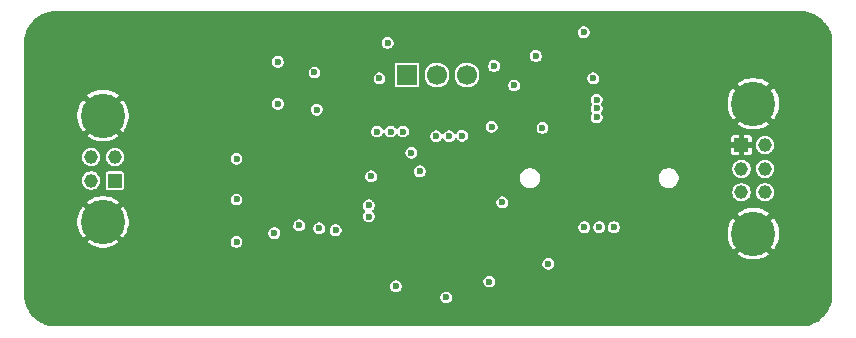
<source format=gbr>
%TF.GenerationSoftware,KiCad,Pcbnew,9.0.4*%
%TF.CreationDate,2026-01-24T19:15:15+00:00*%
%TF.ProjectId,can-repeater,63616e2d-7265-4706-9561-7465722e6b69,rev?*%
%TF.SameCoordinates,Original*%
%TF.FileFunction,Copper,L3,Inr*%
%TF.FilePolarity,Positive*%
%FSLAX46Y46*%
G04 Gerber Fmt 4.6, Leading zero omitted, Abs format (unit mm)*
G04 Created by KiCad (PCBNEW 9.0.4) date 2026-01-24 19:15:15*
%MOMM*%
%LPD*%
G01*
G04 APERTURE LIST*
%TA.AperFunction,ComponentPad*%
%ADD10C,2.600000*%
%TD*%
%TA.AperFunction,ComponentPad*%
%ADD11R,1.150000X1.150000*%
%TD*%
%TA.AperFunction,ComponentPad*%
%ADD12C,1.150000*%
%TD*%
%TA.AperFunction,ComponentPad*%
%ADD13C,3.750000*%
%TD*%
%TA.AperFunction,ComponentPad*%
%ADD14R,1.700000X1.700000*%
%TD*%
%TA.AperFunction,ComponentPad*%
%ADD15C,1.700000*%
%TD*%
%TA.AperFunction,ViaPad*%
%ADD16C,0.600000*%
%TD*%
G04 APERTURE END LIST*
D10*
%TO.N,GND*%
%TO.C,H3*%
X196950000Y-88110000D03*
%TD*%
%TO.N,GND*%
%TO.C,H1*%
X196950000Y-66800000D03*
%TD*%
%TO.N,GND*%
%TO.C,H2*%
X133900000Y-88100000D03*
%TD*%
D11*
%TO.N,GND*%
%TO.C,J4*%
X191950000Y-75450000D03*
D12*
%TO.N,2_CAN-*%
X191950000Y-77450000D03*
%TO.N,2_CAN+*%
X191950000Y-79450000D03*
%TO.N,Net-(J4-Pin_4)*%
X193950000Y-75450000D03*
%TO.N,2_CAN-*%
X193950000Y-77450000D03*
%TO.N,2_CAN+*%
X193950000Y-79450000D03*
D13*
%TO.N,GND*%
X192950000Y-71950000D03*
X192950000Y-82950000D03*
%TD*%
D11*
%TO.N,1_CAN-*%
%TO.C,J3*%
X138900000Y-78450000D03*
D12*
%TO.N,1_CAN+*%
X138900000Y-76450000D03*
%TO.N,1_CAN-*%
X136900000Y-78450000D03*
%TO.N,1_CAN+*%
X136900000Y-76450000D03*
D13*
%TO.N,GND*%
X137900000Y-81950000D03*
X137900000Y-72950000D03*
%TD*%
D10*
%TO.N,GND*%
%TO.C,H4*%
X133850000Y-66800000D03*
%TD*%
D14*
%TO.N,USART1_RX*%
%TO.C,J1*%
X163627122Y-69511934D03*
D15*
%TO.N,USART1_TX*%
X166167122Y-69511934D03*
%TO.N,USART1_CK*%
X168707121Y-69511934D03*
%TD*%
D16*
%TO.N,GND*%
X187580000Y-85630000D03*
X167600000Y-82000000D03*
X188350000Y-74500000D03*
X172900000Y-77000000D03*
X189100000Y-81400000D03*
X162200000Y-76750000D03*
X148250000Y-68450000D03*
X183100000Y-84150000D03*
X174400000Y-84550000D03*
X145900000Y-70200000D03*
X172850000Y-81150000D03*
X179400000Y-74200000D03*
X183600000Y-78200000D03*
X191750000Y-88600000D03*
X151650000Y-74250000D03*
X158250000Y-67150000D03*
%TO.N,+3V3*%
X171000000Y-68750000D03*
X175600000Y-85500000D03*
X175100000Y-74000000D03*
X162700000Y-87400000D03*
X179700000Y-71600000D03*
X179700000Y-73100000D03*
X170600000Y-87000000D03*
X156000000Y-72450000D03*
X155800000Y-69300000D03*
X154500000Y-82250000D03*
X179700000Y-72350000D03*
X152400000Y-82900000D03*
X161300000Y-69800000D03*
X166950000Y-88350000D03*
X170800000Y-73900000D03*
X162000000Y-66800000D03*
%TO.N,/NReset*%
X160600000Y-78100000D03*
X171700000Y-80300000D03*
X156200000Y-82500000D03*
%TO.N,SYS_JTDO*%
X166100000Y-74700000D03*
X179900000Y-82400000D03*
%TO.N,SYS_JTDI*%
X178650000Y-82400000D03*
X167200000Y-74700000D03*
%TO.N,SYS_JTCK-SW*%
X181150000Y-82400000D03*
X168300000Y-74650000D03*
%TO.N,USART1_TX*%
X164000000Y-76100000D03*
%TO.N,USART1_RX*%
X163300000Y-74300000D03*
%TO.N,USART1_CK*%
X164725735Y-77674265D03*
%TO.N,MCU_CAN1_TX*%
X152700000Y-71950000D03*
X161100000Y-74300000D03*
%TO.N,MCU_CAN1_RX*%
X162250000Y-74300000D03*
X152700000Y-68400000D03*
%TO.N,/STAT1_LED*%
X149200000Y-76600000D03*
X160400000Y-80550000D03*
%TO.N,/STAT2_LED*%
X149200000Y-80050000D03*
X160400000Y-81500000D03*
%TO.N,/ERROR_LED*%
X157600000Y-82650000D03*
X149200000Y-83650000D03*
%TO.N,+GLV_PROT*%
X178600000Y-65900000D03*
X174550000Y-67900000D03*
%TO.N,Net-(U1-SW)*%
X172700000Y-70400000D03*
X179400000Y-69800000D03*
%TD*%
%TA.AperFunction,Conductor*%
%TO.N,GND*%
G36*
X196966858Y-64100693D02*
G01*
X197257190Y-64116935D01*
X197270978Y-64118486D01*
X197554218Y-64166552D01*
X197567771Y-64169642D01*
X197843841Y-64249123D01*
X197856948Y-64253707D01*
X198122381Y-64363601D01*
X198134892Y-64369623D01*
X198386354Y-64508551D01*
X198398129Y-64515947D01*
X198632442Y-64682154D01*
X198643308Y-64690818D01*
X198654261Y-64700604D01*
X198857532Y-64882214D01*
X198867364Y-64892044D01*
X198875615Y-64901275D01*
X199058806Y-65106224D01*
X199067478Y-65117096D01*
X199233734Y-65351368D01*
X199241134Y-65363143D01*
X199348141Y-65556726D01*
X199380109Y-65614557D01*
X199386144Y-65627087D01*
X199496091Y-65892480D01*
X199500685Y-65905607D01*
X199580219Y-66181636D01*
X199583315Y-66195195D01*
X199631442Y-66478414D01*
X199632999Y-66492233D01*
X199649305Y-66782528D01*
X199649500Y-66789482D01*
X199649501Y-82409107D01*
X199649500Y-88048207D01*
X199649500Y-88110610D01*
X199649304Y-88117581D01*
X199632919Y-88408581D01*
X199631354Y-88422434D01*
X199582995Y-88706310D01*
X199579885Y-88719899D01*
X199499967Y-88996552D01*
X199495351Y-89009707D01*
X199384885Y-89275636D01*
X199378821Y-89288191D01*
X199239198Y-89540043D01*
X199231765Y-89551835D01*
X199064748Y-89786435D01*
X199056036Y-89797320D01*
X198863759Y-90011667D01*
X198853882Y-90021505D01*
X198638743Y-90212929D01*
X198627823Y-90221596D01*
X198392565Y-90387654D01*
X198380741Y-90395041D01*
X198128321Y-90533646D01*
X198115744Y-90539658D01*
X197849374Y-90649048D01*
X197836200Y-90653611D01*
X197559222Y-90732412D01*
X197545620Y-90735467D01*
X197261552Y-90782679D01*
X197247692Y-90784188D01*
X196956650Y-90799394D01*
X196950194Y-90799563D01*
X196949908Y-90799563D01*
X196887256Y-90799311D01*
X196886269Y-90799570D01*
X196877366Y-90799571D01*
X196877363Y-90799570D01*
X196877352Y-90799571D01*
X133951889Y-90799500D01*
X133889478Y-90799500D01*
X133882525Y-90799305D01*
X133592268Y-90783004D01*
X133578450Y-90781447D01*
X133295285Y-90733334D01*
X133281728Y-90730240D01*
X133005721Y-90650724D01*
X132992596Y-90646131D01*
X132727237Y-90536216D01*
X132714709Y-90530183D01*
X132463319Y-90391244D01*
X132451545Y-90383845D01*
X132217298Y-90217637D01*
X132206426Y-90208968D01*
X131992256Y-90017574D01*
X131982423Y-90007741D01*
X131791030Y-89793572D01*
X131782360Y-89782700D01*
X131616151Y-89548449D01*
X131608753Y-89536675D01*
X131511447Y-89360614D01*
X131469811Y-89285280D01*
X131463785Y-89272766D01*
X131353865Y-89007397D01*
X131349273Y-88994273D01*
X131307853Y-88850500D01*
X131269755Y-88718259D01*
X131266664Y-88704713D01*
X131258611Y-88657314D01*
X131218550Y-88421535D01*
X131216996Y-88407736D01*
X131210053Y-88284108D01*
X166449500Y-88284108D01*
X166449500Y-88415891D01*
X166483608Y-88543187D01*
X166516554Y-88600250D01*
X166549500Y-88657314D01*
X166642686Y-88750500D01*
X166756814Y-88816392D01*
X166884108Y-88850500D01*
X166884110Y-88850500D01*
X167015890Y-88850500D01*
X167015892Y-88850500D01*
X167143186Y-88816392D01*
X167257314Y-88750500D01*
X167350500Y-88657314D01*
X167416392Y-88543186D01*
X167450500Y-88415892D01*
X167450500Y-88284108D01*
X167416392Y-88156814D01*
X167350500Y-88042686D01*
X167257314Y-87949500D01*
X167172442Y-87900499D01*
X167143187Y-87883608D01*
X167078931Y-87866391D01*
X167015892Y-87849500D01*
X166884108Y-87849500D01*
X166756812Y-87883608D01*
X166642686Y-87949500D01*
X166642683Y-87949502D01*
X166549502Y-88042683D01*
X166549500Y-88042686D01*
X166483608Y-88156812D01*
X166449500Y-88284108D01*
X131210053Y-88284108D01*
X131200695Y-88117472D01*
X131200500Y-88110519D01*
X131200500Y-87334108D01*
X162199500Y-87334108D01*
X162199500Y-87465891D01*
X162233608Y-87593187D01*
X162266554Y-87650250D01*
X162299500Y-87707314D01*
X162392686Y-87800500D01*
X162506814Y-87866392D01*
X162634108Y-87900500D01*
X162634110Y-87900500D01*
X162765890Y-87900500D01*
X162765892Y-87900500D01*
X162893186Y-87866392D01*
X163007314Y-87800500D01*
X163100500Y-87707314D01*
X163166392Y-87593186D01*
X163200500Y-87465892D01*
X163200500Y-87334108D01*
X163166392Y-87206814D01*
X163100500Y-87092686D01*
X163007314Y-86999500D01*
X162950250Y-86966554D01*
X162894053Y-86934108D01*
X170099500Y-86934108D01*
X170099500Y-87065892D01*
X170116554Y-87129539D01*
X170133608Y-87193187D01*
X170141475Y-87206812D01*
X170199500Y-87307314D01*
X170292686Y-87400500D01*
X170391521Y-87457563D01*
X170405944Y-87465890D01*
X170406814Y-87466392D01*
X170534108Y-87500500D01*
X170534110Y-87500500D01*
X170665890Y-87500500D01*
X170665892Y-87500500D01*
X170793186Y-87466392D01*
X170907314Y-87400500D01*
X171000500Y-87307314D01*
X171066392Y-87193186D01*
X171100500Y-87065892D01*
X171100500Y-86934108D01*
X171066392Y-86806814D01*
X171000500Y-86692686D01*
X170907314Y-86599500D01*
X170850250Y-86566554D01*
X170793187Y-86533608D01*
X170729539Y-86516554D01*
X170665892Y-86499500D01*
X170534108Y-86499500D01*
X170406812Y-86533608D01*
X170292686Y-86599500D01*
X170292683Y-86599502D01*
X170199502Y-86692683D01*
X170199500Y-86692686D01*
X170133608Y-86806812D01*
X170108773Y-86899500D01*
X170099500Y-86934108D01*
X162894053Y-86934108D01*
X162893187Y-86933608D01*
X162829539Y-86916554D01*
X162765892Y-86899500D01*
X162634108Y-86899500D01*
X162506812Y-86933608D01*
X162392686Y-86999500D01*
X162392683Y-86999502D01*
X162299502Y-87092683D01*
X162299500Y-87092686D01*
X162233608Y-87206812D01*
X162199500Y-87334108D01*
X131200500Y-87334108D01*
X131200500Y-85434108D01*
X175099500Y-85434108D01*
X175099500Y-85565891D01*
X175133608Y-85693187D01*
X175166554Y-85750250D01*
X175199500Y-85807314D01*
X175292686Y-85900500D01*
X175406814Y-85966392D01*
X175534108Y-86000500D01*
X175534110Y-86000500D01*
X175665890Y-86000500D01*
X175665892Y-86000500D01*
X175793186Y-85966392D01*
X175907314Y-85900500D01*
X176000500Y-85807314D01*
X176066392Y-85693186D01*
X176100500Y-85565892D01*
X176100500Y-85434108D01*
X176066392Y-85306814D01*
X176000500Y-85192686D01*
X175907314Y-85099500D01*
X175850250Y-85066554D01*
X175793187Y-85033608D01*
X175719974Y-85013991D01*
X175665892Y-84999500D01*
X175534108Y-84999500D01*
X175406812Y-85033608D01*
X175292686Y-85099500D01*
X175292683Y-85099502D01*
X175199502Y-85192683D01*
X175199500Y-85192686D01*
X175133608Y-85306812D01*
X175099500Y-85434108D01*
X131200500Y-85434108D01*
X131200500Y-81807449D01*
X135725000Y-81807449D01*
X135725000Y-82092550D01*
X135725001Y-82092566D01*
X135762214Y-82375230D01*
X135836008Y-82650633D01*
X135945113Y-82914035D01*
X135945117Y-82914044D01*
X136087669Y-83160951D01*
X136087680Y-83160968D01*
X136195267Y-83301176D01*
X136195268Y-83301176D01*
X136945809Y-82550635D01*
X137041898Y-82682888D01*
X137167112Y-82808102D01*
X137299363Y-82904189D01*
X136548822Y-83654729D01*
X136548822Y-83654731D01*
X136689031Y-83762319D01*
X136689048Y-83762330D01*
X136935955Y-83904882D01*
X136935964Y-83904886D01*
X137199366Y-84013991D01*
X137474769Y-84087785D01*
X137757433Y-84124998D01*
X137757450Y-84125000D01*
X138042550Y-84125000D01*
X138042566Y-84124998D01*
X138325230Y-84087785D01*
X138600633Y-84013991D01*
X138864035Y-83904886D01*
X138864044Y-83904882D01*
X139110954Y-83762328D01*
X139251176Y-83654730D01*
X139251176Y-83654729D01*
X139180555Y-83584108D01*
X148699500Y-83584108D01*
X148699500Y-83715891D01*
X148733608Y-83843187D01*
X148766554Y-83900250D01*
X148799500Y-83957314D01*
X148892686Y-84050500D01*
X149006814Y-84116392D01*
X149134108Y-84150500D01*
X149134110Y-84150500D01*
X149265890Y-84150500D01*
X149265892Y-84150500D01*
X149393186Y-84116392D01*
X149507314Y-84050500D01*
X149600500Y-83957314D01*
X149666392Y-83843186D01*
X149700500Y-83715892D01*
X149700500Y-83584108D01*
X149666392Y-83456814D01*
X149600500Y-83342686D01*
X149507314Y-83249500D01*
X149444853Y-83213438D01*
X149393187Y-83183608D01*
X149329539Y-83166554D01*
X149265892Y-83149500D01*
X149134108Y-83149500D01*
X149006812Y-83183608D01*
X148892686Y-83249500D01*
X148892683Y-83249502D01*
X148799502Y-83342683D01*
X148799500Y-83342686D01*
X148733608Y-83456812D01*
X148699500Y-83584108D01*
X139180555Y-83584108D01*
X138500636Y-82904189D01*
X138632888Y-82808102D01*
X138758102Y-82682888D01*
X138854189Y-82550636D01*
X139604729Y-83301176D01*
X139604730Y-83301176D01*
X139712328Y-83160954D01*
X139854882Y-82914044D01*
X139854886Y-82914035D01*
X139887994Y-82834108D01*
X151899500Y-82834108D01*
X151899500Y-82965891D01*
X151933608Y-83093187D01*
X151947005Y-83116391D01*
X151999500Y-83207314D01*
X152092686Y-83300500D01*
X152206814Y-83366392D01*
X152334108Y-83400500D01*
X152334110Y-83400500D01*
X152465890Y-83400500D01*
X152465892Y-83400500D01*
X152593186Y-83366392D01*
X152707314Y-83300500D01*
X152800500Y-83207314D01*
X152866392Y-83093186D01*
X152900500Y-82965892D01*
X152900500Y-82834108D01*
X152866392Y-82706814D01*
X152800500Y-82592686D01*
X152707314Y-82499500D01*
X152633378Y-82456813D01*
X152593187Y-82433608D01*
X152501742Y-82409106D01*
X152465892Y-82399500D01*
X152334108Y-82399500D01*
X152206812Y-82433608D01*
X152092686Y-82499500D01*
X152092683Y-82499502D01*
X151999502Y-82592683D01*
X151999500Y-82592686D01*
X151933608Y-82706812D01*
X151899500Y-82834108D01*
X139887994Y-82834108D01*
X139911016Y-82778528D01*
X139911016Y-82778526D01*
X139963990Y-82650636D01*
X140037785Y-82375230D01*
X140062947Y-82184108D01*
X153999500Y-82184108D01*
X153999500Y-82315892D01*
X154006680Y-82342689D01*
X154033608Y-82443187D01*
X154046717Y-82465892D01*
X154099500Y-82557314D01*
X154192686Y-82650500D01*
X154266622Y-82693187D01*
X154305944Y-82715890D01*
X154306814Y-82716392D01*
X154434108Y-82750500D01*
X154434110Y-82750500D01*
X154565890Y-82750500D01*
X154565892Y-82750500D01*
X154693186Y-82716392D01*
X154807314Y-82650500D01*
X154900500Y-82557314D01*
X154966392Y-82443186D01*
X154968824Y-82434108D01*
X155699500Y-82434108D01*
X155699500Y-82565892D01*
X155706813Y-82593186D01*
X155733608Y-82693187D01*
X155746717Y-82715892D01*
X155799500Y-82807314D01*
X155892686Y-82900500D01*
X155978424Y-82950001D01*
X156005944Y-82965890D01*
X156006814Y-82966392D01*
X156134108Y-83000500D01*
X156134110Y-83000500D01*
X156265890Y-83000500D01*
X156265892Y-83000500D01*
X156393186Y-82966392D01*
X156507314Y-82900500D01*
X156600500Y-82807314D01*
X156666392Y-82693186D01*
X156695619Y-82584108D01*
X157099500Y-82584108D01*
X157099500Y-82715891D01*
X157133608Y-82843187D01*
X157144159Y-82861461D01*
X157199500Y-82957314D01*
X157292686Y-83050500D01*
X157406814Y-83116392D01*
X157534108Y-83150500D01*
X157534110Y-83150500D01*
X157665890Y-83150500D01*
X157665892Y-83150500D01*
X157793186Y-83116392D01*
X157907314Y-83050500D01*
X158000500Y-82957314D01*
X158066392Y-82843186D01*
X158100500Y-82715892D01*
X158100500Y-82584108D01*
X158066392Y-82456814D01*
X158000500Y-82342686D01*
X157991922Y-82334108D01*
X178149500Y-82334108D01*
X178149500Y-82465891D01*
X178183608Y-82593187D01*
X178185490Y-82596446D01*
X178249500Y-82707314D01*
X178342686Y-82800500D01*
X178456814Y-82866392D01*
X178584108Y-82900500D01*
X178584110Y-82900500D01*
X178715890Y-82900500D01*
X178715892Y-82900500D01*
X178843186Y-82866392D01*
X178957314Y-82800500D01*
X179050500Y-82707314D01*
X179116392Y-82593186D01*
X179150500Y-82465892D01*
X179150500Y-82334108D01*
X179399500Y-82334108D01*
X179399500Y-82465891D01*
X179433608Y-82593187D01*
X179435490Y-82596446D01*
X179499500Y-82707314D01*
X179592686Y-82800500D01*
X179706814Y-82866392D01*
X179834108Y-82900500D01*
X179834110Y-82900500D01*
X179965890Y-82900500D01*
X179965892Y-82900500D01*
X180093186Y-82866392D01*
X180207314Y-82800500D01*
X180300500Y-82707314D01*
X180366392Y-82593186D01*
X180400500Y-82465892D01*
X180400500Y-82334108D01*
X180649500Y-82334108D01*
X180649500Y-82465891D01*
X180683608Y-82593187D01*
X180685490Y-82596446D01*
X180749500Y-82707314D01*
X180842686Y-82800500D01*
X180956814Y-82866392D01*
X181084108Y-82900500D01*
X181084110Y-82900500D01*
X181215890Y-82900500D01*
X181215892Y-82900500D01*
X181343186Y-82866392D01*
X181445278Y-82807449D01*
X190775000Y-82807449D01*
X190775000Y-83092550D01*
X190775001Y-83092566D01*
X190812214Y-83375230D01*
X190886008Y-83650633D01*
X190995113Y-83914035D01*
X190995117Y-83914044D01*
X191137669Y-84160951D01*
X191137680Y-84160968D01*
X191245267Y-84301176D01*
X191245268Y-84301176D01*
X191995809Y-83550635D01*
X192091898Y-83682888D01*
X192217112Y-83808102D01*
X192349363Y-83904189D01*
X191598822Y-84654729D01*
X191598822Y-84654731D01*
X191739031Y-84762319D01*
X191739048Y-84762330D01*
X191985955Y-84904882D01*
X191985964Y-84904886D01*
X192249366Y-85013991D01*
X192524769Y-85087785D01*
X192807433Y-85124998D01*
X192807450Y-85125000D01*
X193092550Y-85125000D01*
X193092566Y-85124998D01*
X193375230Y-85087785D01*
X193650633Y-85013991D01*
X193914035Y-84904886D01*
X193914044Y-84904882D01*
X194160954Y-84762328D01*
X194301176Y-84654730D01*
X194301176Y-84654729D01*
X193550636Y-83904189D01*
X193682888Y-83808102D01*
X193808102Y-83682888D01*
X193904189Y-83550636D01*
X194654729Y-84301176D01*
X194654730Y-84301176D01*
X194762328Y-84160954D01*
X194904882Y-83914044D01*
X194904886Y-83914035D01*
X195013991Y-83650633D01*
X195087785Y-83375230D01*
X195124998Y-83092566D01*
X195125000Y-83092550D01*
X195125000Y-82807449D01*
X195124998Y-82807433D01*
X195087785Y-82524769D01*
X195013991Y-82249366D01*
X194904886Y-81985964D01*
X194904882Y-81985955D01*
X194762330Y-81739048D01*
X194762319Y-81739031D01*
X194654731Y-81598822D01*
X194654729Y-81598822D01*
X193904189Y-82349362D01*
X193808102Y-82217112D01*
X193682888Y-82091898D01*
X193550635Y-81995809D01*
X194301176Y-81245268D01*
X194301176Y-81245267D01*
X194160968Y-81137680D01*
X194160951Y-81137669D01*
X193914044Y-80995117D01*
X193914035Y-80995113D01*
X193650633Y-80886008D01*
X193375230Y-80812214D01*
X193092566Y-80775001D01*
X193092550Y-80775000D01*
X192807450Y-80775000D01*
X192807433Y-80775001D01*
X192524769Y-80812214D01*
X192249366Y-80886008D01*
X191985964Y-80995113D01*
X191985955Y-80995117D01*
X191739048Y-81137669D01*
X191739041Y-81137674D01*
X191598822Y-81245268D01*
X192349364Y-81995810D01*
X192217112Y-82091898D01*
X192091898Y-82217112D01*
X191995810Y-82349364D01*
X191245268Y-81598822D01*
X191137674Y-81739041D01*
X191137669Y-81739048D01*
X190995117Y-81985955D01*
X190995113Y-81985964D01*
X190886008Y-82249366D01*
X190812214Y-82524769D01*
X190775001Y-82807433D01*
X190775000Y-82807449D01*
X181445278Y-82807449D01*
X181457314Y-82800500D01*
X181550500Y-82707314D01*
X181616392Y-82593186D01*
X181650500Y-82465892D01*
X181650500Y-82334108D01*
X181616392Y-82206814D01*
X181550500Y-82092686D01*
X181457314Y-81999500D01*
X181399968Y-81966391D01*
X181343187Y-81933608D01*
X181279539Y-81916554D01*
X181215892Y-81899500D01*
X181084108Y-81899500D01*
X180956812Y-81933608D01*
X180842686Y-81999500D01*
X180842683Y-81999502D01*
X180749502Y-82092683D01*
X180749500Y-82092686D01*
X180683608Y-82206812D01*
X180649500Y-82334108D01*
X180400500Y-82334108D01*
X180366392Y-82206814D01*
X180300500Y-82092686D01*
X180207314Y-81999500D01*
X180149968Y-81966391D01*
X180093187Y-81933608D01*
X180029539Y-81916554D01*
X179965892Y-81899500D01*
X179834108Y-81899500D01*
X179706812Y-81933608D01*
X179592686Y-81999500D01*
X179592683Y-81999502D01*
X179499502Y-82092683D01*
X179499500Y-82092686D01*
X179433608Y-82206812D01*
X179399500Y-82334108D01*
X179150500Y-82334108D01*
X179116392Y-82206814D01*
X179050500Y-82092686D01*
X178957314Y-81999500D01*
X178899968Y-81966391D01*
X178843187Y-81933608D01*
X178779539Y-81916554D01*
X178715892Y-81899500D01*
X178584108Y-81899500D01*
X178456812Y-81933608D01*
X178342686Y-81999500D01*
X178342683Y-81999502D01*
X178249502Y-82092683D01*
X178249500Y-82092686D01*
X178183608Y-82206812D01*
X178149500Y-82334108D01*
X157991922Y-82334108D01*
X157907314Y-82249500D01*
X157833380Y-82206814D01*
X157793187Y-82183608D01*
X157729539Y-82166554D01*
X157665892Y-82149500D01*
X157534108Y-82149500D01*
X157406812Y-82183608D01*
X157292686Y-82249500D01*
X157292683Y-82249502D01*
X157199502Y-82342683D01*
X157199500Y-82342686D01*
X157133608Y-82456812D01*
X157099500Y-82584108D01*
X156695619Y-82584108D01*
X156700500Y-82565892D01*
X156700500Y-82434108D01*
X156666392Y-82306814D01*
X156600500Y-82192686D01*
X156507314Y-82099500D01*
X156433380Y-82056814D01*
X156393187Y-82033608D01*
X156329539Y-82016554D01*
X156265892Y-81999500D01*
X156134108Y-81999500D01*
X156006812Y-82033608D01*
X155892686Y-82099500D01*
X155892683Y-82099502D01*
X155799502Y-82192683D01*
X155799500Y-82192686D01*
X155733608Y-82306812D01*
X155715276Y-82375230D01*
X155699500Y-82434108D01*
X154968824Y-82434108D01*
X155000500Y-82315892D01*
X155000500Y-82184108D01*
X154966392Y-82056814D01*
X154900500Y-81942686D01*
X154807314Y-81849500D01*
X154734452Y-81807433D01*
X154693187Y-81783608D01*
X154629539Y-81766554D01*
X154565892Y-81749500D01*
X154434108Y-81749500D01*
X154306812Y-81783608D01*
X154192686Y-81849500D01*
X154192683Y-81849502D01*
X154099502Y-81942683D01*
X154099500Y-81942686D01*
X154033608Y-82056812D01*
X154024028Y-82092566D01*
X153999500Y-82184108D01*
X140062947Y-82184108D01*
X140066148Y-82159796D01*
X140074998Y-82092567D01*
X140075000Y-82092550D01*
X140075000Y-81807449D01*
X140074998Y-81807433D01*
X140037785Y-81524769D01*
X139963991Y-81249366D01*
X139854886Y-80985964D01*
X139854882Y-80985955D01*
X139712330Y-80739048D01*
X139712319Y-80739031D01*
X139604731Y-80598822D01*
X139604729Y-80598822D01*
X138854188Y-81349362D01*
X138758102Y-81217112D01*
X138632888Y-81091898D01*
X138500635Y-80995809D01*
X139251176Y-80245268D01*
X139251176Y-80245267D01*
X139110968Y-80137680D01*
X139110951Y-80137669D01*
X139016899Y-80083368D01*
X138864044Y-79995117D01*
X138864035Y-79995113D01*
X138837467Y-79984108D01*
X148699500Y-79984108D01*
X148699500Y-80115892D01*
X148705338Y-80137680D01*
X148733608Y-80243187D01*
X148759470Y-80287980D01*
X148799500Y-80357314D01*
X148892686Y-80450500D01*
X149006814Y-80516392D01*
X149134108Y-80550500D01*
X149134110Y-80550500D01*
X149265890Y-80550500D01*
X149265892Y-80550500D01*
X149393186Y-80516392D01*
X149449103Y-80484108D01*
X159899500Y-80484108D01*
X159899500Y-80615891D01*
X159933608Y-80743187D01*
X159947005Y-80766391D01*
X159999500Y-80857314D01*
X159999502Y-80857316D01*
X160079505Y-80937319D01*
X160112990Y-80998642D01*
X160108006Y-81068334D01*
X160079505Y-81112681D01*
X159999502Y-81192683D01*
X159999500Y-81192686D01*
X159933608Y-81306812D01*
X159899500Y-81434108D01*
X159899500Y-81565892D01*
X159916554Y-81629539D01*
X159933608Y-81693187D01*
X159966121Y-81749500D01*
X159999500Y-81807314D01*
X160092686Y-81900500D01*
X160206814Y-81966392D01*
X160334108Y-82000500D01*
X160334110Y-82000500D01*
X160465890Y-82000500D01*
X160465892Y-82000500D01*
X160593186Y-81966392D01*
X160707314Y-81900500D01*
X160800500Y-81807314D01*
X160866392Y-81693186D01*
X160900500Y-81565892D01*
X160900500Y-81434108D01*
X160871349Y-81325313D01*
X160871349Y-81325312D01*
X160866392Y-81306814D01*
X160830858Y-81245268D01*
X160800500Y-81192686D01*
X160720495Y-81112681D01*
X160687010Y-81051358D01*
X160691994Y-80981666D01*
X160720495Y-80937319D01*
X160750393Y-80907421D01*
X160800500Y-80857314D01*
X160866392Y-80743186D01*
X160900500Y-80615892D01*
X160900500Y-80484108D01*
X160866392Y-80356814D01*
X160800500Y-80242686D01*
X160791922Y-80234108D01*
X171199500Y-80234108D01*
X171199500Y-80365891D01*
X171233608Y-80493187D01*
X171247005Y-80516391D01*
X171299500Y-80607314D01*
X171392686Y-80700500D01*
X171506814Y-80766392D01*
X171634108Y-80800500D01*
X171634110Y-80800500D01*
X171765890Y-80800500D01*
X171765892Y-80800500D01*
X171893186Y-80766392D01*
X172007314Y-80700500D01*
X172100500Y-80607314D01*
X172166392Y-80493186D01*
X172200500Y-80365892D01*
X172200500Y-80234108D01*
X172166392Y-80106814D01*
X172100500Y-79992686D01*
X172007314Y-79899500D01*
X171933380Y-79856814D01*
X171893187Y-79833608D01*
X171829539Y-79816554D01*
X171765892Y-79799500D01*
X171634108Y-79799500D01*
X171506812Y-79833608D01*
X171392686Y-79899500D01*
X171392683Y-79899502D01*
X171299502Y-79992683D01*
X171299500Y-79992686D01*
X171233608Y-80106812D01*
X171199500Y-80234108D01*
X160791922Y-80234108D01*
X160707314Y-80149500D01*
X160633380Y-80106814D01*
X160593187Y-80083608D01*
X160529539Y-80066554D01*
X160465892Y-80049500D01*
X160334108Y-80049500D01*
X160206812Y-80083608D01*
X160092686Y-80149500D01*
X160092683Y-80149502D01*
X159999502Y-80242683D01*
X159999500Y-80242686D01*
X159933608Y-80356812D01*
X159899500Y-80484108D01*
X149449103Y-80484108D01*
X149507314Y-80450500D01*
X149600500Y-80357314D01*
X149666392Y-80243186D01*
X149700500Y-80115892D01*
X149700500Y-79984108D01*
X149666392Y-79856814D01*
X149600500Y-79742686D01*
X149507314Y-79649500D01*
X149450250Y-79616554D01*
X149393187Y-79583608D01*
X149329539Y-79566554D01*
X149265892Y-79549500D01*
X149134108Y-79549500D01*
X149006812Y-79583608D01*
X148892686Y-79649500D01*
X148892683Y-79649502D01*
X148799502Y-79742683D01*
X148799500Y-79742686D01*
X148733608Y-79856812D01*
X148722170Y-79899500D01*
X148699500Y-79984108D01*
X138837467Y-79984108D01*
X138600633Y-79886008D01*
X138325230Y-79812214D01*
X138042566Y-79775001D01*
X138042550Y-79775000D01*
X137757450Y-79775000D01*
X137757433Y-79775001D01*
X137474769Y-79812214D01*
X137199366Y-79886008D01*
X136935964Y-79995113D01*
X136935955Y-79995117D01*
X136689048Y-80137669D01*
X136689041Y-80137674D01*
X136548822Y-80245268D01*
X137299364Y-80995810D01*
X137167112Y-81091898D01*
X137041898Y-81217112D01*
X136945810Y-81349363D01*
X136195268Y-80598822D01*
X136087674Y-80739041D01*
X136087669Y-80739048D01*
X135945117Y-80985955D01*
X135945113Y-80985964D01*
X135836008Y-81249366D01*
X135762214Y-81524769D01*
X135725001Y-81807433D01*
X135725000Y-81807449D01*
X131200500Y-81807449D01*
X131200500Y-79373615D01*
X191174500Y-79373615D01*
X191174500Y-79526384D01*
X191204300Y-79676197D01*
X191204302Y-79676205D01*
X191262759Y-79817334D01*
X191262764Y-79817343D01*
X191347629Y-79944351D01*
X191347632Y-79944355D01*
X191455644Y-80052367D01*
X191455648Y-80052370D01*
X191582656Y-80137235D01*
X191582665Y-80137240D01*
X191612264Y-80149500D01*
X191723795Y-80195698D01*
X191873615Y-80225499D01*
X191873619Y-80225500D01*
X191873620Y-80225500D01*
X192026381Y-80225500D01*
X192026382Y-80225499D01*
X192176205Y-80195698D01*
X192317337Y-80137239D01*
X192444352Y-80052370D01*
X192552370Y-79944352D01*
X192637239Y-79817337D01*
X192695698Y-79676205D01*
X192725500Y-79526380D01*
X192725500Y-79373620D01*
X192725499Y-79373615D01*
X193174500Y-79373615D01*
X193174500Y-79526384D01*
X193204300Y-79676197D01*
X193204302Y-79676205D01*
X193262759Y-79817334D01*
X193262764Y-79817343D01*
X193347629Y-79944351D01*
X193347632Y-79944355D01*
X193455644Y-80052367D01*
X193455648Y-80052370D01*
X193582656Y-80137235D01*
X193582665Y-80137240D01*
X193612264Y-80149500D01*
X193723795Y-80195698D01*
X193873615Y-80225499D01*
X193873619Y-80225500D01*
X193873620Y-80225500D01*
X194026381Y-80225500D01*
X194026382Y-80225499D01*
X194176205Y-80195698D01*
X194317337Y-80137239D01*
X194444352Y-80052370D01*
X194552370Y-79944352D01*
X194637239Y-79817337D01*
X194695698Y-79676205D01*
X194725500Y-79526380D01*
X194725500Y-79373620D01*
X194695698Y-79223795D01*
X194637239Y-79082663D01*
X194637238Y-79082662D01*
X194637235Y-79082656D01*
X194552370Y-78955648D01*
X194552367Y-78955644D01*
X194444355Y-78847632D01*
X194444351Y-78847629D01*
X194317343Y-78762764D01*
X194317334Y-78762759D01*
X194176205Y-78704302D01*
X194176197Y-78704300D01*
X194026384Y-78674500D01*
X194026380Y-78674500D01*
X193873620Y-78674500D01*
X193873615Y-78674500D01*
X193723802Y-78704300D01*
X193723794Y-78704302D01*
X193582665Y-78762759D01*
X193582656Y-78762764D01*
X193455648Y-78847629D01*
X193455644Y-78847632D01*
X193347632Y-78955644D01*
X193347629Y-78955648D01*
X193262764Y-79082656D01*
X193262759Y-79082665D01*
X193204302Y-79223794D01*
X193204300Y-79223802D01*
X193174500Y-79373615D01*
X192725499Y-79373615D01*
X192695698Y-79223795D01*
X192637239Y-79082663D01*
X192637238Y-79082662D01*
X192637235Y-79082656D01*
X192552370Y-78955648D01*
X192552367Y-78955644D01*
X192444355Y-78847632D01*
X192444351Y-78847629D01*
X192317343Y-78762764D01*
X192317334Y-78762759D01*
X192176205Y-78704302D01*
X192176197Y-78704300D01*
X192026384Y-78674500D01*
X192026380Y-78674500D01*
X191873620Y-78674500D01*
X191873615Y-78674500D01*
X191723802Y-78704300D01*
X191723794Y-78704302D01*
X191582665Y-78762759D01*
X191582656Y-78762764D01*
X191455648Y-78847629D01*
X191455644Y-78847632D01*
X191347632Y-78955644D01*
X191347629Y-78955648D01*
X191262764Y-79082656D01*
X191262759Y-79082665D01*
X191204302Y-79223794D01*
X191204300Y-79223802D01*
X191174500Y-79373615D01*
X131200500Y-79373615D01*
X131200500Y-78373615D01*
X136124500Y-78373615D01*
X136124500Y-78526384D01*
X136154300Y-78676197D01*
X136154302Y-78676205D01*
X136212759Y-78817334D01*
X136212764Y-78817343D01*
X136297629Y-78944351D01*
X136297632Y-78944355D01*
X136405644Y-79052367D01*
X136405648Y-79052370D01*
X136532656Y-79137235D01*
X136532662Y-79137238D01*
X136532663Y-79137239D01*
X136673795Y-79195698D01*
X136815084Y-79223802D01*
X136823615Y-79225499D01*
X136823619Y-79225500D01*
X136823620Y-79225500D01*
X136976381Y-79225500D01*
X136976382Y-79225499D01*
X137126205Y-79195698D01*
X137267337Y-79137239D01*
X137394352Y-79052370D01*
X137502370Y-78944352D01*
X137587239Y-78817337D01*
X137645698Y-78676205D01*
X137675500Y-78526380D01*
X137675500Y-78373620D01*
X137645698Y-78223795D01*
X137587239Y-78082663D01*
X137587238Y-78082662D01*
X137587235Y-78082656D01*
X137502370Y-77955648D01*
X137502367Y-77955644D01*
X137401970Y-77855247D01*
X138124500Y-77855247D01*
X138124500Y-79044752D01*
X138136131Y-79103229D01*
X138136132Y-79103230D01*
X138180447Y-79169552D01*
X138246769Y-79213867D01*
X138246770Y-79213868D01*
X138305247Y-79225499D01*
X138305250Y-79225500D01*
X138305252Y-79225500D01*
X139494750Y-79225500D01*
X139494751Y-79225499D01*
X139509568Y-79222552D01*
X139553229Y-79213868D01*
X139553229Y-79213867D01*
X139553231Y-79213867D01*
X139619552Y-79169552D01*
X139663867Y-79103231D01*
X139663867Y-79103229D01*
X139663868Y-79103229D01*
X139675499Y-79044752D01*
X139675500Y-79044750D01*
X139675500Y-78034108D01*
X160099500Y-78034108D01*
X160099500Y-78165892D01*
X160115472Y-78225500D01*
X160133608Y-78293187D01*
X160156753Y-78333274D01*
X160199500Y-78407314D01*
X160292686Y-78500500D01*
X160406814Y-78566392D01*
X160534108Y-78600500D01*
X160534110Y-78600500D01*
X160665890Y-78600500D01*
X160665892Y-78600500D01*
X160793186Y-78566392D01*
X160907314Y-78500500D01*
X161000500Y-78407314D01*
X161066392Y-78293186D01*
X161100500Y-78165892D01*
X161100500Y-78034108D01*
X161066392Y-77906814D01*
X161000500Y-77792686D01*
X160907314Y-77699500D01*
X160859079Y-77671651D01*
X160793187Y-77633608D01*
X160699014Y-77608375D01*
X160699007Y-77608373D01*
X164225235Y-77608373D01*
X164225235Y-77740157D01*
X164239309Y-77792683D01*
X164259343Y-77867452D01*
X164282068Y-77906812D01*
X164325235Y-77981579D01*
X164418421Y-78074765D01*
X164517256Y-78131828D01*
X164526630Y-78137240D01*
X164532549Y-78140657D01*
X164659843Y-78174765D01*
X164659845Y-78174765D01*
X164791625Y-78174765D01*
X164791627Y-78174765D01*
X164821648Y-78166721D01*
X173204500Y-78166721D01*
X173204500Y-78333278D01*
X173236990Y-78496615D01*
X173236992Y-78496623D01*
X173300728Y-78650495D01*
X173300728Y-78650496D01*
X173393255Y-78788973D01*
X173393261Y-78788980D01*
X173511019Y-78906738D01*
X173511026Y-78906744D01*
X173649504Y-78999271D01*
X173649505Y-78999271D01*
X173649506Y-78999272D01*
X173803377Y-79063008D01*
X173966721Y-79095499D01*
X173966725Y-79095500D01*
X173966726Y-79095500D01*
X174133275Y-79095500D01*
X174133276Y-79095499D01*
X174296623Y-79063008D01*
X174450494Y-78999272D01*
X174450495Y-78999271D01*
X174450496Y-78999271D01*
X174532684Y-78944355D01*
X174588975Y-78906743D01*
X174706743Y-78788975D01*
X174799272Y-78650494D01*
X174863008Y-78496623D01*
X174895500Y-78333274D01*
X174895500Y-78166726D01*
X174895499Y-78166721D01*
X184938498Y-78166721D01*
X184938498Y-78333278D01*
X184970988Y-78496615D01*
X184970990Y-78496623D01*
X185034726Y-78650495D01*
X185034726Y-78650496D01*
X185127253Y-78788973D01*
X185127259Y-78788980D01*
X185245017Y-78906738D01*
X185245024Y-78906744D01*
X185383502Y-78999271D01*
X185383503Y-78999271D01*
X185383504Y-78999272D01*
X185537375Y-79063008D01*
X185700719Y-79095499D01*
X185700723Y-79095500D01*
X185700724Y-79095500D01*
X185867273Y-79095500D01*
X185867274Y-79095499D01*
X186030621Y-79063008D01*
X186184492Y-78999272D01*
X186184493Y-78999271D01*
X186184494Y-78999271D01*
X186266682Y-78944355D01*
X186322973Y-78906743D01*
X186440741Y-78788975D01*
X186533270Y-78650494D01*
X186597006Y-78496623D01*
X186629498Y-78333274D01*
X186629498Y-78166726D01*
X186597006Y-78003377D01*
X186533270Y-77849506D01*
X186533269Y-77849504D01*
X186533269Y-77849503D01*
X186440742Y-77711026D01*
X186440736Y-77711019D01*
X186322978Y-77593261D01*
X186322971Y-77593255D01*
X186184493Y-77500728D01*
X186139494Y-77482089D01*
X186030621Y-77436992D01*
X186030613Y-77436990D01*
X185867276Y-77404500D01*
X185867272Y-77404500D01*
X185700724Y-77404500D01*
X185700719Y-77404500D01*
X185537382Y-77436990D01*
X185537374Y-77436992D01*
X185383502Y-77500728D01*
X185383501Y-77500728D01*
X185245024Y-77593255D01*
X185245017Y-77593261D01*
X185127259Y-77711019D01*
X185127253Y-77711026D01*
X185034726Y-77849503D01*
X185034726Y-77849504D01*
X184970990Y-78003376D01*
X184970988Y-78003384D01*
X184938498Y-78166721D01*
X174895499Y-78166721D01*
X174863008Y-78003377D01*
X174799272Y-77849506D01*
X174799271Y-77849504D01*
X174799271Y-77849503D01*
X174706744Y-77711026D01*
X174706738Y-77711019D01*
X174588980Y-77593261D01*
X174588973Y-77593255D01*
X174450495Y-77500728D01*
X174296623Y-77436992D01*
X174296615Y-77436990D01*
X174133278Y-77404500D01*
X174133274Y-77404500D01*
X173966726Y-77404500D01*
X173966721Y-77404500D01*
X173803384Y-77436990D01*
X173803376Y-77436992D01*
X173649504Y-77500728D01*
X173649503Y-77500728D01*
X173511026Y-77593255D01*
X173511019Y-77593261D01*
X173393261Y-77711019D01*
X173393255Y-77711026D01*
X173300728Y-77849503D01*
X173300728Y-77849504D01*
X173236992Y-78003376D01*
X173236990Y-78003384D01*
X173204500Y-78166721D01*
X164821648Y-78166721D01*
X164918921Y-78140657D01*
X165033049Y-78074765D01*
X165126235Y-77981579D01*
X165192127Y-77867451D01*
X165226235Y-77740157D01*
X165226235Y-77608373D01*
X165192127Y-77481079D01*
X165130082Y-77373615D01*
X191174500Y-77373615D01*
X191174500Y-77526384D01*
X191204300Y-77676197D01*
X191204302Y-77676205D01*
X191262759Y-77817334D01*
X191262764Y-77817343D01*
X191347629Y-77944351D01*
X191347632Y-77944355D01*
X191455644Y-78052367D01*
X191455648Y-78052370D01*
X191582656Y-78137235D01*
X191582665Y-78137240D01*
X191614636Y-78150482D01*
X191723795Y-78195698D01*
X191865084Y-78223802D01*
X191873615Y-78225499D01*
X191873619Y-78225500D01*
X191873620Y-78225500D01*
X192026381Y-78225500D01*
X192026382Y-78225499D01*
X192176205Y-78195698D01*
X192317337Y-78137239D01*
X192444352Y-78052370D01*
X192552370Y-77944352D01*
X192637239Y-77817337D01*
X192695698Y-77676205D01*
X192725500Y-77526380D01*
X192725500Y-77373620D01*
X192725499Y-77373615D01*
X193174500Y-77373615D01*
X193174500Y-77526384D01*
X193204300Y-77676197D01*
X193204302Y-77676205D01*
X193262759Y-77817334D01*
X193262764Y-77817343D01*
X193347629Y-77944351D01*
X193347632Y-77944355D01*
X193455644Y-78052367D01*
X193455648Y-78052370D01*
X193582656Y-78137235D01*
X193582665Y-78137240D01*
X193614636Y-78150482D01*
X193723795Y-78195698D01*
X193865084Y-78223802D01*
X193873615Y-78225499D01*
X193873619Y-78225500D01*
X193873620Y-78225500D01*
X194026381Y-78225500D01*
X194026382Y-78225499D01*
X194176205Y-78195698D01*
X194317337Y-78137239D01*
X194444352Y-78052370D01*
X194552370Y-77944352D01*
X194637239Y-77817337D01*
X194695698Y-77676205D01*
X194725500Y-77526380D01*
X194725500Y-77373620D01*
X194695698Y-77223795D01*
X194637239Y-77082663D01*
X194637238Y-77082662D01*
X194637235Y-77082656D01*
X194552370Y-76955648D01*
X194552367Y-76955644D01*
X194444355Y-76847632D01*
X194444351Y-76847629D01*
X194317343Y-76762764D01*
X194317334Y-76762759D01*
X194176205Y-76704302D01*
X194176197Y-76704300D01*
X194026384Y-76674500D01*
X194026380Y-76674500D01*
X193873620Y-76674500D01*
X193873615Y-76674500D01*
X193723802Y-76704300D01*
X193723794Y-76704302D01*
X193582665Y-76762759D01*
X193582656Y-76762764D01*
X193455648Y-76847629D01*
X193455644Y-76847632D01*
X193347632Y-76955644D01*
X193347629Y-76955648D01*
X193262764Y-77082656D01*
X193262759Y-77082665D01*
X193204302Y-77223794D01*
X193204300Y-77223802D01*
X193174500Y-77373615D01*
X192725499Y-77373615D01*
X192695698Y-77223795D01*
X192637239Y-77082663D01*
X192637238Y-77082662D01*
X192637235Y-77082656D01*
X192552370Y-76955648D01*
X192552367Y-76955644D01*
X192444355Y-76847632D01*
X192444351Y-76847629D01*
X192317343Y-76762764D01*
X192317334Y-76762759D01*
X192176205Y-76704302D01*
X192176197Y-76704300D01*
X192026384Y-76674500D01*
X192026380Y-76674500D01*
X191873620Y-76674500D01*
X191873615Y-76674500D01*
X191723802Y-76704300D01*
X191723794Y-76704302D01*
X191582665Y-76762759D01*
X191582656Y-76762764D01*
X191455648Y-76847629D01*
X191455644Y-76847632D01*
X191347632Y-76955644D01*
X191347629Y-76955648D01*
X191262764Y-77082656D01*
X191262759Y-77082665D01*
X191204302Y-77223794D01*
X191204300Y-77223802D01*
X191174500Y-77373615D01*
X165130082Y-77373615D01*
X165126235Y-77366951D01*
X165033049Y-77273765D01*
X164949452Y-77225500D01*
X164918922Y-77207873D01*
X164855274Y-77190819D01*
X164791627Y-77173765D01*
X164659843Y-77173765D01*
X164532547Y-77207873D01*
X164418421Y-77273765D01*
X164418418Y-77273767D01*
X164325237Y-77366948D01*
X164325235Y-77366951D01*
X164259343Y-77481077D01*
X164229286Y-77593255D01*
X164225235Y-77608373D01*
X160699007Y-77608373D01*
X160665892Y-77599500D01*
X160534108Y-77599500D01*
X160406812Y-77633608D01*
X160292686Y-77699500D01*
X160292683Y-77699502D01*
X160199502Y-77792683D01*
X160199500Y-77792686D01*
X160133608Y-77906812D01*
X160107734Y-78003377D01*
X160099500Y-78034108D01*
X139675500Y-78034108D01*
X139675500Y-77855249D01*
X139675499Y-77855247D01*
X139663868Y-77796770D01*
X139663867Y-77796769D01*
X139619552Y-77730447D01*
X139553230Y-77686132D01*
X139553229Y-77686131D01*
X139494752Y-77674500D01*
X139494748Y-77674500D01*
X138305252Y-77674500D01*
X138305247Y-77674500D01*
X138246770Y-77686131D01*
X138246769Y-77686132D01*
X138180447Y-77730447D01*
X138136132Y-77796769D01*
X138136131Y-77796770D01*
X138124500Y-77855247D01*
X137401970Y-77855247D01*
X137394355Y-77847632D01*
X137394351Y-77847629D01*
X137267343Y-77762764D01*
X137267334Y-77762759D01*
X137126205Y-77704302D01*
X137126197Y-77704300D01*
X136976384Y-77674500D01*
X136976380Y-77674500D01*
X136823620Y-77674500D01*
X136823615Y-77674500D01*
X136673802Y-77704300D01*
X136673794Y-77704302D01*
X136532665Y-77762759D01*
X136532656Y-77762764D01*
X136405648Y-77847629D01*
X136405644Y-77847632D01*
X136297632Y-77955644D01*
X136297629Y-77955648D01*
X136212764Y-78082656D01*
X136212759Y-78082665D01*
X136154302Y-78223794D01*
X136154300Y-78223802D01*
X136124500Y-78373615D01*
X131200500Y-78373615D01*
X131200500Y-76373615D01*
X136124500Y-76373615D01*
X136124500Y-76526384D01*
X136154300Y-76676197D01*
X136154302Y-76676205D01*
X136212759Y-76817334D01*
X136212764Y-76817343D01*
X136297629Y-76944351D01*
X136297632Y-76944355D01*
X136405644Y-77052367D01*
X136405648Y-77052370D01*
X136532656Y-77137235D01*
X136532662Y-77137238D01*
X136532663Y-77137239D01*
X136673795Y-77195698D01*
X136815084Y-77223802D01*
X136823615Y-77225499D01*
X136823619Y-77225500D01*
X136823620Y-77225500D01*
X136976381Y-77225500D01*
X136976382Y-77225499D01*
X137126205Y-77195698D01*
X137267337Y-77137239D01*
X137394352Y-77052370D01*
X137502370Y-76944352D01*
X137587239Y-76817337D01*
X137645698Y-76676205D01*
X137675500Y-76526380D01*
X137675500Y-76373620D01*
X137675499Y-76373615D01*
X138124500Y-76373615D01*
X138124500Y-76526384D01*
X138154300Y-76676197D01*
X138154302Y-76676205D01*
X138212759Y-76817334D01*
X138212764Y-76817343D01*
X138297629Y-76944351D01*
X138297632Y-76944355D01*
X138405644Y-77052367D01*
X138405648Y-77052370D01*
X138532656Y-77137235D01*
X138532662Y-77137238D01*
X138532663Y-77137239D01*
X138673795Y-77195698D01*
X138815084Y-77223802D01*
X138823615Y-77225499D01*
X138823619Y-77225500D01*
X138823620Y-77225500D01*
X138976381Y-77225500D01*
X138976382Y-77225499D01*
X139126205Y-77195698D01*
X139267337Y-77137239D01*
X139394352Y-77052370D01*
X139502370Y-76944352D01*
X139587239Y-76817337D01*
X139645698Y-76676205D01*
X139673963Y-76534108D01*
X148699500Y-76534108D01*
X148699500Y-76665892D01*
X148709791Y-76704300D01*
X148733608Y-76793187D01*
X148747555Y-76817343D01*
X148799500Y-76907314D01*
X148892686Y-77000500D01*
X149006814Y-77066392D01*
X149134108Y-77100500D01*
X149134110Y-77100500D01*
X149265890Y-77100500D01*
X149265892Y-77100500D01*
X149393186Y-77066392D01*
X149507314Y-77000500D01*
X149600500Y-76907314D01*
X149666392Y-76793186D01*
X149700500Y-76665892D01*
X149700500Y-76534108D01*
X149666392Y-76406814D01*
X149600500Y-76292686D01*
X149507314Y-76199500D01*
X149393186Y-76133608D01*
X149265892Y-76099500D01*
X149134108Y-76099500D01*
X149006812Y-76133608D01*
X148892686Y-76199500D01*
X148892683Y-76199502D01*
X148799502Y-76292683D01*
X148799500Y-76292686D01*
X148733608Y-76406812D01*
X148733473Y-76407316D01*
X148699500Y-76534108D01*
X139673963Y-76534108D01*
X139675500Y-76526380D01*
X139675500Y-76373620D01*
X139645698Y-76223795D01*
X139592298Y-76094877D01*
X139587240Y-76082665D01*
X139587235Y-76082656D01*
X139554796Y-76034108D01*
X163499500Y-76034108D01*
X163499500Y-76165892D01*
X163515472Y-76225500D01*
X163533608Y-76293187D01*
X163551975Y-76324999D01*
X163599500Y-76407314D01*
X163692686Y-76500500D01*
X163806814Y-76566392D01*
X163934108Y-76600500D01*
X163934110Y-76600500D01*
X164065890Y-76600500D01*
X164065892Y-76600500D01*
X164193186Y-76566392D01*
X164307314Y-76500500D01*
X164400500Y-76407314D01*
X164466392Y-76293186D01*
X164500500Y-76165892D01*
X164500500Y-76069785D01*
X191075001Y-76069785D01*
X191075002Y-76069808D01*
X191077908Y-76094869D01*
X191077909Y-76094873D01*
X191123211Y-76197474D01*
X191123214Y-76197479D01*
X191202520Y-76276785D01*
X191202525Y-76276788D01*
X191305123Y-76322089D01*
X191330206Y-76324999D01*
X191699999Y-76324999D01*
X192200000Y-76324999D01*
X192569786Y-76324999D01*
X192569808Y-76324997D01*
X192594869Y-76322091D01*
X192594873Y-76322090D01*
X192697474Y-76276788D01*
X192697479Y-76276785D01*
X192776785Y-76197479D01*
X192776788Y-76197474D01*
X192822089Y-76094877D01*
X192822089Y-76094875D01*
X192824999Y-76069794D01*
X192825000Y-76069791D01*
X192825000Y-75700000D01*
X192200000Y-75700000D01*
X192200000Y-76324999D01*
X191699999Y-76324999D01*
X191700000Y-76324998D01*
X191700000Y-75700000D01*
X191075001Y-75700000D01*
X191075001Y-76069785D01*
X164500500Y-76069785D01*
X164500500Y-76034108D01*
X164466392Y-75906814D01*
X164400500Y-75792686D01*
X164307314Y-75699500D01*
X164247394Y-75664905D01*
X164193187Y-75633608D01*
X164129539Y-75616554D01*
X164065892Y-75599500D01*
X163934108Y-75599500D01*
X163806812Y-75633608D01*
X163692686Y-75699500D01*
X163692683Y-75699502D01*
X163599502Y-75792683D01*
X163599500Y-75792686D01*
X163533608Y-75906812D01*
X163523549Y-75944355D01*
X163499500Y-76034108D01*
X139554796Y-76034108D01*
X139502370Y-75955648D01*
X139502367Y-75955644D01*
X139394355Y-75847632D01*
X139394351Y-75847629D01*
X139267343Y-75762764D01*
X139267334Y-75762759D01*
X139126205Y-75704302D01*
X139126197Y-75704300D01*
X138976384Y-75674500D01*
X138976380Y-75674500D01*
X138823620Y-75674500D01*
X138823615Y-75674500D01*
X138673802Y-75704300D01*
X138673794Y-75704302D01*
X138532665Y-75762759D01*
X138532656Y-75762764D01*
X138405648Y-75847629D01*
X138405644Y-75847632D01*
X138297632Y-75955644D01*
X138297629Y-75955648D01*
X138212764Y-76082656D01*
X138212759Y-76082665D01*
X138154302Y-76223794D01*
X138154300Y-76223802D01*
X138124500Y-76373615D01*
X137675499Y-76373615D01*
X137645698Y-76223795D01*
X137592298Y-76094877D01*
X137587240Y-76082665D01*
X137587235Y-76082656D01*
X137502370Y-75955648D01*
X137502367Y-75955644D01*
X137394355Y-75847632D01*
X137394351Y-75847629D01*
X137267343Y-75762764D01*
X137267334Y-75762759D01*
X137126205Y-75704302D01*
X137126197Y-75704300D01*
X136976384Y-75674500D01*
X136976380Y-75674500D01*
X136823620Y-75674500D01*
X136823615Y-75674500D01*
X136673802Y-75704300D01*
X136673794Y-75704302D01*
X136532665Y-75762759D01*
X136532656Y-75762764D01*
X136405648Y-75847629D01*
X136405644Y-75847632D01*
X136297632Y-75955644D01*
X136297629Y-75955648D01*
X136212764Y-76082656D01*
X136212759Y-76082665D01*
X136154302Y-76223794D01*
X136154300Y-76223802D01*
X136124500Y-76373615D01*
X131200500Y-76373615D01*
X131200500Y-75403922D01*
X191600000Y-75403922D01*
X191600000Y-75496078D01*
X191623852Y-75585095D01*
X191669930Y-75664905D01*
X191735095Y-75730070D01*
X191814905Y-75776148D01*
X191903922Y-75800000D01*
X191996078Y-75800000D01*
X192085095Y-75776148D01*
X192164905Y-75730070D01*
X192230070Y-75664905D01*
X192276148Y-75585095D01*
X192300000Y-75496078D01*
X192300000Y-75403922D01*
X192291879Y-75373615D01*
X193174500Y-75373615D01*
X193174500Y-75526384D01*
X193204300Y-75676197D01*
X193204302Y-75676205D01*
X193262759Y-75817334D01*
X193262764Y-75817343D01*
X193347629Y-75944351D01*
X193347632Y-75944355D01*
X193455644Y-76052367D01*
X193455648Y-76052370D01*
X193582656Y-76137235D01*
X193582662Y-76137238D01*
X193582663Y-76137239D01*
X193723795Y-76195698D01*
X193865084Y-76223802D01*
X193873615Y-76225499D01*
X193873619Y-76225500D01*
X193873620Y-76225500D01*
X194026381Y-76225500D01*
X194026382Y-76225499D01*
X194176205Y-76195698D01*
X194317337Y-76137239D01*
X194444352Y-76052370D01*
X194552370Y-75944352D01*
X194637239Y-75817337D01*
X194695698Y-75676205D01*
X194725500Y-75526380D01*
X194725500Y-75373620D01*
X194695698Y-75223795D01*
X194637239Y-75082663D01*
X194637238Y-75082662D01*
X194637235Y-75082656D01*
X194552370Y-74955648D01*
X194552367Y-74955644D01*
X194444355Y-74847632D01*
X194444351Y-74847629D01*
X194317343Y-74762764D01*
X194317334Y-74762759D01*
X194176205Y-74704302D01*
X194176197Y-74704300D01*
X194026384Y-74674500D01*
X194026380Y-74674500D01*
X193873620Y-74674500D01*
X193873615Y-74674500D01*
X193723802Y-74704300D01*
X193723794Y-74704302D01*
X193582665Y-74762759D01*
X193582656Y-74762764D01*
X193455648Y-74847629D01*
X193455644Y-74847632D01*
X193347632Y-74955644D01*
X193347629Y-74955648D01*
X193262764Y-75082656D01*
X193262759Y-75082665D01*
X193204302Y-75223794D01*
X193204300Y-75223802D01*
X193174500Y-75373615D01*
X192291879Y-75373615D01*
X192276148Y-75314905D01*
X192230070Y-75235095D01*
X192194975Y-75200000D01*
X192200000Y-75200000D01*
X192824999Y-75200000D01*
X192824999Y-74830214D01*
X192824997Y-74830191D01*
X192822091Y-74805130D01*
X192822090Y-74805126D01*
X192776788Y-74702525D01*
X192776785Y-74702520D01*
X192697479Y-74623214D01*
X192697474Y-74623211D01*
X192594876Y-74577910D01*
X192569794Y-74575000D01*
X192200000Y-74575000D01*
X192200000Y-75200000D01*
X192194975Y-75200000D01*
X192164905Y-75169930D01*
X192085095Y-75123852D01*
X191996078Y-75100000D01*
X191903922Y-75100000D01*
X191814905Y-75123852D01*
X191735095Y-75169930D01*
X191669930Y-75235095D01*
X191623852Y-75314905D01*
X191600000Y-75403922D01*
X131200500Y-75403922D01*
X131200500Y-72807449D01*
X135725000Y-72807449D01*
X135725000Y-73092550D01*
X135725001Y-73092566D01*
X135762214Y-73375230D01*
X135836008Y-73650633D01*
X135945113Y-73914035D01*
X135945117Y-73914044D01*
X136087669Y-74160951D01*
X136087680Y-74160968D01*
X136195267Y-74301176D01*
X136195268Y-74301176D01*
X136945809Y-73550635D01*
X137041898Y-73682888D01*
X137167112Y-73808102D01*
X137299363Y-73904189D01*
X136548822Y-74654729D01*
X136548822Y-74654731D01*
X136689031Y-74762319D01*
X136689048Y-74762330D01*
X136935955Y-74904882D01*
X136935964Y-74904886D01*
X137199366Y-75013991D01*
X137474769Y-75087785D01*
X137757433Y-75124998D01*
X137757450Y-75125000D01*
X138042550Y-75125000D01*
X138042566Y-75124998D01*
X138325230Y-75087785D01*
X138600633Y-75013991D01*
X138864035Y-74904886D01*
X138864044Y-74904882D01*
X139110954Y-74762328D01*
X139251176Y-74654730D01*
X139251176Y-74654729D01*
X138500636Y-73904189D01*
X138632888Y-73808102D01*
X138758102Y-73682888D01*
X138854189Y-73550636D01*
X139604729Y-74301176D01*
X139604730Y-74301176D01*
X139656195Y-74234108D01*
X160599500Y-74234108D01*
X160599500Y-74365892D01*
X160606680Y-74392689D01*
X160633608Y-74493187D01*
X160661907Y-74542202D01*
X160699500Y-74607314D01*
X160792686Y-74700500D01*
X160906814Y-74766392D01*
X161034108Y-74800500D01*
X161034110Y-74800500D01*
X161165890Y-74800500D01*
X161165892Y-74800500D01*
X161293186Y-74766392D01*
X161407314Y-74700500D01*
X161500500Y-74607314D01*
X161538093Y-74542202D01*
X161567613Y-74491072D01*
X161618180Y-74442856D01*
X161686787Y-74429634D01*
X161751652Y-74455602D01*
X161782387Y-74491072D01*
X161849497Y-74607310D01*
X161849499Y-74607312D01*
X161849500Y-74607314D01*
X161942686Y-74700500D01*
X162056814Y-74766392D01*
X162184108Y-74800500D01*
X162184110Y-74800500D01*
X162315890Y-74800500D01*
X162315892Y-74800500D01*
X162443186Y-74766392D01*
X162557314Y-74700500D01*
X162650500Y-74607314D01*
X162667613Y-74577672D01*
X162718179Y-74529458D01*
X162786786Y-74516234D01*
X162851651Y-74542202D01*
X162882386Y-74577672D01*
X162899500Y-74607314D01*
X162992686Y-74700500D01*
X163106814Y-74766392D01*
X163234108Y-74800500D01*
X163234110Y-74800500D01*
X163365890Y-74800500D01*
X163365892Y-74800500D01*
X163493186Y-74766392D01*
X163607314Y-74700500D01*
X163673706Y-74634108D01*
X165599500Y-74634108D01*
X165599500Y-74765891D01*
X165633608Y-74893187D01*
X165657387Y-74934372D01*
X165699500Y-75007314D01*
X165792686Y-75100500D01*
X165906814Y-75166392D01*
X166034108Y-75200500D01*
X166034110Y-75200500D01*
X166165890Y-75200500D01*
X166165892Y-75200500D01*
X166293186Y-75166392D01*
X166407314Y-75100500D01*
X166500500Y-75007314D01*
X166542613Y-74934371D01*
X166593180Y-74886156D01*
X166661787Y-74872933D01*
X166726652Y-74898901D01*
X166757386Y-74934371D01*
X166799500Y-75007314D01*
X166892686Y-75100500D01*
X167006814Y-75166392D01*
X167134108Y-75200500D01*
X167134110Y-75200500D01*
X167265890Y-75200500D01*
X167265892Y-75200500D01*
X167393186Y-75166392D01*
X167507314Y-75100500D01*
X167600500Y-75007314D01*
X167657048Y-74909370D01*
X167707612Y-74861157D01*
X167776219Y-74847933D01*
X167841084Y-74873901D01*
X167871820Y-74909371D01*
X167899500Y-74957314D01*
X167992686Y-75050500D01*
X168106814Y-75116392D01*
X168234108Y-75150500D01*
X168234110Y-75150500D01*
X168365890Y-75150500D01*
X168365892Y-75150500D01*
X168493186Y-75116392D01*
X168607314Y-75050500D01*
X168700500Y-74957314D01*
X168766392Y-74843186D01*
X168769870Y-74830205D01*
X191075000Y-74830205D01*
X191075000Y-75200000D01*
X191700000Y-75200000D01*
X191700000Y-74575000D01*
X191330214Y-74575000D01*
X191330191Y-74575002D01*
X191305130Y-74577908D01*
X191305126Y-74577909D01*
X191202525Y-74623211D01*
X191202520Y-74623214D01*
X191123214Y-74702520D01*
X191123211Y-74702525D01*
X191077910Y-74805122D01*
X191077910Y-74805124D01*
X191075000Y-74830205D01*
X168769870Y-74830205D01*
X168800500Y-74715892D01*
X168800500Y-74584108D01*
X168766392Y-74456814D01*
X168700500Y-74342686D01*
X168607314Y-74249500D01*
X168550250Y-74216554D01*
X168493187Y-74183608D01*
X168429539Y-74166554D01*
X168365892Y-74149500D01*
X168234108Y-74149500D01*
X168106812Y-74183608D01*
X167992686Y-74249500D01*
X167992683Y-74249502D01*
X167899502Y-74342683D01*
X167899500Y-74342686D01*
X167842953Y-74440628D01*
X167792385Y-74488843D01*
X167723778Y-74502065D01*
X167658914Y-74476097D01*
X167628179Y-74440627D01*
X167605011Y-74400500D01*
X167600500Y-74392686D01*
X167507314Y-74299500D01*
X167450250Y-74266554D01*
X167393187Y-74233608D01*
X167329539Y-74216554D01*
X167265892Y-74199500D01*
X167134108Y-74199500D01*
X167006812Y-74233608D01*
X166892686Y-74299500D01*
X166892683Y-74299502D01*
X166799502Y-74392683D01*
X166799500Y-74392686D01*
X166763176Y-74455602D01*
X166757387Y-74465628D01*
X166706820Y-74513843D01*
X166638212Y-74527065D01*
X166573348Y-74501097D01*
X166542613Y-74465628D01*
X166537523Y-74456812D01*
X166500500Y-74392686D01*
X166407314Y-74299500D01*
X166350250Y-74266554D01*
X166293187Y-74233608D01*
X166229539Y-74216554D01*
X166165892Y-74199500D01*
X166034108Y-74199500D01*
X165906812Y-74233608D01*
X165792686Y-74299500D01*
X165792683Y-74299502D01*
X165699502Y-74392683D01*
X165699500Y-74392686D01*
X165633608Y-74506812D01*
X165599500Y-74634108D01*
X163673706Y-74634108D01*
X163700500Y-74607314D01*
X163713898Y-74584108D01*
X163725520Y-74563980D01*
X163761266Y-74502065D01*
X163766392Y-74493186D01*
X163800500Y-74365892D01*
X163800500Y-74234108D01*
X163766392Y-74106814D01*
X163700500Y-73992686D01*
X163607314Y-73899500D01*
X163550250Y-73866554D01*
X163494053Y-73834108D01*
X170299500Y-73834108D01*
X170299500Y-73965892D01*
X170312388Y-74013991D01*
X170333608Y-74093187D01*
X170351976Y-74125000D01*
X170399500Y-74207314D01*
X170492686Y-74300500D01*
X170591521Y-74357563D01*
X170605944Y-74365890D01*
X170606814Y-74366392D01*
X170734108Y-74400500D01*
X170734110Y-74400500D01*
X170865890Y-74400500D01*
X170865892Y-74400500D01*
X170993186Y-74366392D01*
X171107314Y-74300500D01*
X171200500Y-74207314D01*
X171266392Y-74093186D01*
X171300500Y-73965892D01*
X171300500Y-73934108D01*
X174599500Y-73934108D01*
X174599500Y-74065892D01*
X174604289Y-74083764D01*
X174633608Y-74193187D01*
X174666121Y-74249500D01*
X174699500Y-74307314D01*
X174792686Y-74400500D01*
X174862188Y-74440627D01*
X174905490Y-74465628D01*
X174906814Y-74466392D01*
X175034108Y-74500500D01*
X175034110Y-74500500D01*
X175165890Y-74500500D01*
X175165892Y-74500500D01*
X175293186Y-74466392D01*
X175407314Y-74400500D01*
X175500500Y-74307314D01*
X175566392Y-74193186D01*
X175600500Y-74065892D01*
X175600500Y-73934108D01*
X175566392Y-73806814D01*
X175500500Y-73692686D01*
X175407314Y-73599500D01*
X175303615Y-73539629D01*
X175293187Y-73533608D01*
X175229539Y-73516554D01*
X175165892Y-73499500D01*
X175034108Y-73499500D01*
X174906812Y-73533608D01*
X174792686Y-73599500D01*
X174792683Y-73599502D01*
X174699502Y-73692683D01*
X174699500Y-73692686D01*
X174633608Y-73806812D01*
X174607331Y-73904882D01*
X174599500Y-73934108D01*
X171300500Y-73934108D01*
X171300500Y-73834108D01*
X171266392Y-73706814D01*
X171200500Y-73592686D01*
X171107314Y-73499500D01*
X171050250Y-73466554D01*
X170993187Y-73433608D01*
X170929539Y-73416554D01*
X170865892Y-73399500D01*
X170734108Y-73399500D01*
X170606812Y-73433608D01*
X170492686Y-73499500D01*
X170492683Y-73499502D01*
X170399502Y-73592683D01*
X170399500Y-73592686D01*
X170333608Y-73706812D01*
X170308773Y-73799500D01*
X170299500Y-73834108D01*
X163494053Y-73834108D01*
X163493187Y-73833608D01*
X163393188Y-73806814D01*
X163365892Y-73799500D01*
X163234108Y-73799500D01*
X163106812Y-73833608D01*
X162992686Y-73899500D01*
X162992683Y-73899502D01*
X162899502Y-73992683D01*
X162899500Y-73992686D01*
X162882387Y-74022327D01*
X162831819Y-74070542D01*
X162763212Y-74083764D01*
X162698348Y-74057796D01*
X162667613Y-74022327D01*
X162662800Y-74013991D01*
X162650500Y-73992686D01*
X162557314Y-73899500D01*
X162500250Y-73866554D01*
X162443187Y-73833608D01*
X162343188Y-73806814D01*
X162315892Y-73799500D01*
X162184108Y-73799500D01*
X162056812Y-73833608D01*
X161942686Y-73899500D01*
X161942683Y-73899502D01*
X161849502Y-73992683D01*
X161849500Y-73992686D01*
X161782387Y-74108928D01*
X161731819Y-74157143D01*
X161663212Y-74170365D01*
X161598348Y-74144397D01*
X161567613Y-74108928D01*
X161512800Y-74013991D01*
X161500500Y-73992686D01*
X161407314Y-73899500D01*
X161350250Y-73866554D01*
X161293187Y-73833608D01*
X161193188Y-73806814D01*
X161165892Y-73799500D01*
X161034108Y-73799500D01*
X160906812Y-73833608D01*
X160792686Y-73899500D01*
X160792683Y-73899502D01*
X160699502Y-73992683D01*
X160699500Y-73992686D01*
X160633608Y-74106812D01*
X160608773Y-74199500D01*
X160599500Y-74234108D01*
X139656195Y-74234108D01*
X139712330Y-74160953D01*
X139854882Y-73914045D01*
X139854886Y-73914035D01*
X139963991Y-73650633D01*
X140037785Y-73375230D01*
X140074998Y-73092566D01*
X140075000Y-73092550D01*
X140075000Y-72807449D01*
X140074998Y-72807433D01*
X140037785Y-72524769D01*
X139963991Y-72249366D01*
X139854886Y-71985964D01*
X139854885Y-71985962D01*
X139827184Y-71937982D01*
X139827183Y-71937980D01*
X139796080Y-71884108D01*
X152199500Y-71884108D01*
X152199500Y-72015892D01*
X152208505Y-72049500D01*
X152233608Y-72143187D01*
X152241474Y-72156811D01*
X152299500Y-72257314D01*
X152392686Y-72350500D01*
X152491521Y-72407563D01*
X152505944Y-72415890D01*
X152506814Y-72416392D01*
X152634108Y-72450500D01*
X152634110Y-72450500D01*
X152765890Y-72450500D01*
X152765892Y-72450500D01*
X152893186Y-72416392D01*
X152949103Y-72384108D01*
X155499500Y-72384108D01*
X155499500Y-72515891D01*
X155533608Y-72643187D01*
X155556530Y-72682888D01*
X155599500Y-72757314D01*
X155692686Y-72850500D01*
X155790218Y-72906810D01*
X155802731Y-72914035D01*
X155806814Y-72916392D01*
X155934108Y-72950500D01*
X155934110Y-72950500D01*
X156065890Y-72950500D01*
X156065892Y-72950500D01*
X156193186Y-72916392D01*
X156307314Y-72850500D01*
X156400500Y-72757314D01*
X156466392Y-72643186D01*
X156500500Y-72515892D01*
X156500500Y-72384108D01*
X156466392Y-72256814D01*
X156400500Y-72142686D01*
X156307314Y-72049500D01*
X156213027Y-71995063D01*
X156193187Y-71983608D01*
X156101354Y-71959002D01*
X156065892Y-71949500D01*
X155934108Y-71949500D01*
X155806812Y-71983608D01*
X155692686Y-72049500D01*
X155692683Y-72049502D01*
X155599502Y-72142683D01*
X155599500Y-72142686D01*
X155533608Y-72256812D01*
X155499500Y-72384108D01*
X152949103Y-72384108D01*
X153007314Y-72350500D01*
X153100500Y-72257314D01*
X153166392Y-72143186D01*
X153200500Y-72015892D01*
X153200500Y-71884108D01*
X153166392Y-71756814D01*
X153100500Y-71642686D01*
X153007314Y-71549500D01*
X152980654Y-71534108D01*
X179199500Y-71534108D01*
X179199500Y-71665892D01*
X179224369Y-71758707D01*
X179233609Y-71793188D01*
X179233609Y-71793189D01*
X179302782Y-71913000D01*
X179319255Y-71980900D01*
X179302782Y-72037000D01*
X179233609Y-72156810D01*
X179233609Y-72156811D01*
X179233609Y-72156812D01*
X179233608Y-72156814D01*
X179199500Y-72284108D01*
X179199500Y-72415892D01*
X179228673Y-72524769D01*
X179233609Y-72543188D01*
X179233609Y-72543189D01*
X179302782Y-72663000D01*
X179319255Y-72730900D01*
X179302782Y-72787000D01*
X179233609Y-72906810D01*
X179233609Y-72906811D01*
X179233609Y-72906812D01*
X179233608Y-72906814D01*
X179210628Y-72992579D01*
X179199500Y-73034108D01*
X179199500Y-73165891D01*
X179233608Y-73293187D01*
X179238221Y-73301176D01*
X179299500Y-73407314D01*
X179392686Y-73500500D01*
X179491521Y-73557563D01*
X179506810Y-73566390D01*
X179506814Y-73566392D01*
X179634108Y-73600500D01*
X179634110Y-73600500D01*
X179765890Y-73600500D01*
X179765892Y-73600500D01*
X179893186Y-73566392D01*
X180007314Y-73500500D01*
X180100500Y-73407314D01*
X180166392Y-73293186D01*
X180200500Y-73165892D01*
X180200500Y-73034108D01*
X180166392Y-72906814D01*
X180100500Y-72792686D01*
X180100498Y-72792684D01*
X180097217Y-72787001D01*
X180080744Y-72719101D01*
X180097217Y-72662999D01*
X180100498Y-72657315D01*
X180100500Y-72657314D01*
X180166392Y-72543186D01*
X180200500Y-72415892D01*
X180200500Y-72284108D01*
X180166392Y-72156814D01*
X180100500Y-72042686D01*
X180100498Y-72042684D01*
X180097217Y-72037001D01*
X180095153Y-72028494D01*
X180089710Y-72021641D01*
X180087042Y-71995063D01*
X180080744Y-71969101D01*
X180083423Y-71959002D01*
X180082733Y-71952120D01*
X180091621Y-71928113D01*
X180094116Y-71918712D01*
X180099322Y-71908491D01*
X180100500Y-71907314D01*
X180158157Y-71807449D01*
X190775000Y-71807449D01*
X190775000Y-72092550D01*
X190775001Y-72092566D01*
X190812214Y-72375230D01*
X190886008Y-72650633D01*
X190995113Y-72914035D01*
X190995117Y-72914044D01*
X191137669Y-73160951D01*
X191137680Y-73160968D01*
X191245267Y-73301176D01*
X191245268Y-73301176D01*
X191995809Y-72550635D01*
X192091898Y-72682888D01*
X192217112Y-72808102D01*
X192349363Y-72904189D01*
X191598822Y-73654729D01*
X191598822Y-73654731D01*
X191739031Y-73762319D01*
X191739048Y-73762330D01*
X191985955Y-73904882D01*
X191985964Y-73904886D01*
X192249366Y-74013991D01*
X192524769Y-74087785D01*
X192807433Y-74124998D01*
X192807450Y-74125000D01*
X193092550Y-74125000D01*
X193092566Y-74124998D01*
X193375230Y-74087785D01*
X193650633Y-74013991D01*
X193914035Y-73904886D01*
X193914044Y-73904882D01*
X194160954Y-73762328D01*
X194301176Y-73654730D01*
X194301176Y-73654729D01*
X193550636Y-72904189D01*
X193682888Y-72808102D01*
X193808102Y-72682888D01*
X193904189Y-72550636D01*
X194654729Y-73301176D01*
X194654730Y-73301176D01*
X194762328Y-73160954D01*
X194904882Y-72914044D01*
X194904886Y-72914035D01*
X195013991Y-72650633D01*
X195087785Y-72375230D01*
X195124998Y-72092566D01*
X195125000Y-72092550D01*
X195125000Y-71807449D01*
X195124998Y-71807433D01*
X195087785Y-71524769D01*
X195013991Y-71249366D01*
X194904886Y-70985964D01*
X194904882Y-70985955D01*
X194762330Y-70739048D01*
X194762319Y-70739031D01*
X194654731Y-70598822D01*
X194654729Y-70598822D01*
X193904189Y-71349362D01*
X193808102Y-71217112D01*
X193682888Y-71091898D01*
X193550635Y-70995809D01*
X194301176Y-70245268D01*
X194301176Y-70245267D01*
X194160968Y-70137680D01*
X194160951Y-70137669D01*
X193914044Y-69995117D01*
X193914035Y-69995113D01*
X193650633Y-69886008D01*
X193375230Y-69812214D01*
X193092566Y-69775001D01*
X193092550Y-69775000D01*
X192807450Y-69775000D01*
X192807433Y-69775001D01*
X192524769Y-69812214D01*
X192249366Y-69886008D01*
X191985964Y-69995113D01*
X191985955Y-69995117D01*
X191739048Y-70137669D01*
X191739041Y-70137674D01*
X191598822Y-70245268D01*
X192349364Y-70995810D01*
X192217112Y-71091898D01*
X192091898Y-71217112D01*
X191995810Y-71349364D01*
X191245268Y-70598822D01*
X191137674Y-70739041D01*
X191137669Y-70739048D01*
X190995117Y-70985955D01*
X190995113Y-70985964D01*
X190886008Y-71249366D01*
X190812214Y-71524769D01*
X190775001Y-71807433D01*
X190775000Y-71807449D01*
X180158157Y-71807449D01*
X180166392Y-71793186D01*
X180200500Y-71665892D01*
X180200500Y-71534108D01*
X180166392Y-71406814D01*
X180100500Y-71292686D01*
X180007314Y-71199500D01*
X179950250Y-71166554D01*
X179893187Y-71133608D01*
X179829539Y-71116554D01*
X179765892Y-71099500D01*
X179634108Y-71099500D01*
X179506812Y-71133608D01*
X179392686Y-71199500D01*
X179392683Y-71199502D01*
X179299502Y-71292683D01*
X179299500Y-71292686D01*
X179233608Y-71406812D01*
X179222170Y-71449500D01*
X179199500Y-71534108D01*
X152980654Y-71534108D01*
X152950250Y-71516554D01*
X152893187Y-71483608D01*
X152829539Y-71466554D01*
X152765892Y-71449500D01*
X152634108Y-71449500D01*
X152506812Y-71483608D01*
X152392686Y-71549500D01*
X152392683Y-71549502D01*
X152299502Y-71642683D01*
X152299500Y-71642686D01*
X152233608Y-71756812D01*
X152215338Y-71825000D01*
X152199500Y-71884108D01*
X139796080Y-71884108D01*
X139712330Y-71739048D01*
X139712319Y-71739031D01*
X139604731Y-71598822D01*
X139604729Y-71598822D01*
X138854188Y-72349362D01*
X138758102Y-72217112D01*
X138632888Y-72091898D01*
X138500635Y-71995809D01*
X139251176Y-71245268D01*
X139251176Y-71245267D01*
X139110968Y-71137680D01*
X139110951Y-71137669D01*
X138864044Y-70995117D01*
X138864035Y-70995113D01*
X138600633Y-70886008D01*
X138325230Y-70812214D01*
X138042566Y-70775001D01*
X138042550Y-70775000D01*
X137757450Y-70775000D01*
X137757433Y-70775001D01*
X137474769Y-70812214D01*
X137199366Y-70886008D01*
X136935964Y-70995113D01*
X136935955Y-70995117D01*
X136689048Y-71137669D01*
X136689041Y-71137674D01*
X136548822Y-71245268D01*
X137299364Y-71995810D01*
X137167112Y-72091898D01*
X137041898Y-72217112D01*
X136945810Y-72349363D01*
X136195268Y-71598822D01*
X136087674Y-71739041D01*
X136087669Y-71739048D01*
X135945117Y-71985955D01*
X135945113Y-71985964D01*
X135836008Y-72249366D01*
X135762214Y-72524769D01*
X135725001Y-72807433D01*
X135725000Y-72807449D01*
X131200500Y-72807449D01*
X131200500Y-69234108D01*
X155299500Y-69234108D01*
X155299500Y-69365891D01*
X155333608Y-69493187D01*
X155366554Y-69550250D01*
X155399500Y-69607314D01*
X155492686Y-69700500D01*
X155606814Y-69766392D01*
X155734108Y-69800500D01*
X155734110Y-69800500D01*
X155865890Y-69800500D01*
X155865892Y-69800500D01*
X155993186Y-69766392D01*
X156049103Y-69734108D01*
X160799500Y-69734108D01*
X160799500Y-69865891D01*
X160833608Y-69993187D01*
X160843044Y-70009530D01*
X160899500Y-70107314D01*
X160992686Y-70200500D01*
X161106814Y-70266392D01*
X161234108Y-70300500D01*
X161234110Y-70300500D01*
X161365890Y-70300500D01*
X161365892Y-70300500D01*
X161493186Y-70266392D01*
X161607314Y-70200500D01*
X161700500Y-70107314D01*
X161766392Y-69993186D01*
X161800500Y-69865892D01*
X161800500Y-69734108D01*
X161766392Y-69606814D01*
X161700500Y-69492686D01*
X161607314Y-69399500D01*
X161549100Y-69365890D01*
X161493187Y-69333608D01*
X161429539Y-69316554D01*
X161365892Y-69299500D01*
X161234108Y-69299500D01*
X161106812Y-69333608D01*
X160992686Y-69399500D01*
X160992683Y-69399502D01*
X160899502Y-69492683D01*
X160899500Y-69492686D01*
X160833608Y-69606812D01*
X160799500Y-69734108D01*
X156049103Y-69734108D01*
X156107314Y-69700500D01*
X156200500Y-69607314D01*
X156266392Y-69493186D01*
X156300500Y-69365892D01*
X156300500Y-69234108D01*
X156266392Y-69106814D01*
X156200500Y-68992686D01*
X156107314Y-68899500D01*
X156008205Y-68842279D01*
X155993187Y-68833608D01*
X155927061Y-68815890D01*
X155865892Y-68799500D01*
X155734108Y-68799500D01*
X155606812Y-68833608D01*
X155492686Y-68899500D01*
X155492683Y-68899502D01*
X155399502Y-68992683D01*
X155399500Y-68992686D01*
X155333608Y-69106812D01*
X155299500Y-69234108D01*
X131200500Y-69234108D01*
X131200500Y-68334108D01*
X152199500Y-68334108D01*
X152199500Y-68465892D01*
X152213296Y-68517381D01*
X152233608Y-68593187D01*
X152261898Y-68642186D01*
X152299500Y-68707314D01*
X152392686Y-68800500D01*
X152506814Y-68866392D01*
X152634108Y-68900500D01*
X152634110Y-68900500D01*
X152765890Y-68900500D01*
X152765892Y-68900500D01*
X152893186Y-68866392D01*
X153007314Y-68800500D01*
X153100500Y-68707314D01*
X153138105Y-68642181D01*
X162576622Y-68642181D01*
X162576622Y-70381686D01*
X162588253Y-70440163D01*
X162588254Y-70440164D01*
X162632569Y-70506486D01*
X162698891Y-70550801D01*
X162698892Y-70550802D01*
X162757369Y-70562433D01*
X162757372Y-70562434D01*
X162757374Y-70562434D01*
X164496872Y-70562434D01*
X164496873Y-70562433D01*
X164511690Y-70559486D01*
X164555351Y-70550802D01*
X164555351Y-70550801D01*
X164555353Y-70550801D01*
X164621674Y-70506486D01*
X164665989Y-70440165D01*
X164665989Y-70440163D01*
X164665990Y-70440163D01*
X164677621Y-70381686D01*
X164677622Y-70381684D01*
X164677622Y-69408464D01*
X165116622Y-69408464D01*
X165116622Y-69615403D01*
X165156990Y-69818346D01*
X165156992Y-69818354D01*
X165236180Y-70009530D01*
X165351146Y-70181591D01*
X165497464Y-70327909D01*
X165497467Y-70327911D01*
X165669524Y-70442875D01*
X165860702Y-70522064D01*
X166005174Y-70550801D01*
X166063652Y-70562433D01*
X166063656Y-70562434D01*
X166063657Y-70562434D01*
X166270588Y-70562434D01*
X166270589Y-70562433D01*
X166473542Y-70522064D01*
X166664720Y-70442875D01*
X166836777Y-70327911D01*
X166983099Y-70181589D01*
X167098063Y-70009532D01*
X167177252Y-69818354D01*
X167217622Y-69615399D01*
X167217622Y-69408469D01*
X167217621Y-69408464D01*
X167656621Y-69408464D01*
X167656621Y-69615403D01*
X167696989Y-69818346D01*
X167696991Y-69818354D01*
X167776179Y-70009530D01*
X167891145Y-70181591D01*
X168037463Y-70327909D01*
X168037466Y-70327911D01*
X168209523Y-70442875D01*
X168400701Y-70522064D01*
X168545173Y-70550801D01*
X168603651Y-70562433D01*
X168603655Y-70562434D01*
X168603656Y-70562434D01*
X168810587Y-70562434D01*
X168810588Y-70562433D01*
X169013541Y-70522064D01*
X169204719Y-70442875D01*
X169367501Y-70334108D01*
X172199500Y-70334108D01*
X172199500Y-70465891D01*
X172233608Y-70593187D01*
X172266554Y-70650250D01*
X172299500Y-70707314D01*
X172392686Y-70800500D01*
X172506814Y-70866392D01*
X172634108Y-70900500D01*
X172634110Y-70900500D01*
X172765890Y-70900500D01*
X172765892Y-70900500D01*
X172893186Y-70866392D01*
X173007314Y-70800500D01*
X173100500Y-70707314D01*
X173166392Y-70593186D01*
X173200500Y-70465892D01*
X173200500Y-70334108D01*
X173166392Y-70206814D01*
X173100500Y-70092686D01*
X173007314Y-69999500D01*
X172950250Y-69966554D01*
X172893187Y-69933608D01*
X172829539Y-69916554D01*
X172765892Y-69899500D01*
X172634108Y-69899500D01*
X172506812Y-69933608D01*
X172392686Y-69999500D01*
X172392683Y-69999502D01*
X172299502Y-70092683D01*
X172299500Y-70092686D01*
X172233608Y-70206812D01*
X172199500Y-70334108D01*
X169367501Y-70334108D01*
X169376776Y-70327911D01*
X169404188Y-70300499D01*
X169466388Y-70238300D01*
X169523095Y-70181592D01*
X169523096Y-70181591D01*
X169523098Y-70181589D01*
X169638062Y-70009532D01*
X169717251Y-69818354D01*
X169734008Y-69734108D01*
X178899500Y-69734108D01*
X178899500Y-69865891D01*
X178933608Y-69993187D01*
X178943044Y-70009530D01*
X178999500Y-70107314D01*
X179092686Y-70200500D01*
X179206814Y-70266392D01*
X179334108Y-70300500D01*
X179334110Y-70300500D01*
X179465890Y-70300500D01*
X179465892Y-70300500D01*
X179593186Y-70266392D01*
X179707314Y-70200500D01*
X179800500Y-70107314D01*
X179866392Y-69993186D01*
X179900500Y-69865892D01*
X179900500Y-69734108D01*
X179866392Y-69606814D01*
X179800500Y-69492686D01*
X179707314Y-69399500D01*
X179649100Y-69365890D01*
X179593187Y-69333608D01*
X179529539Y-69316554D01*
X179465892Y-69299500D01*
X179334108Y-69299500D01*
X179206812Y-69333608D01*
X179092686Y-69399500D01*
X179092683Y-69399502D01*
X178999502Y-69492683D01*
X178999500Y-69492686D01*
X178933608Y-69606812D01*
X178899500Y-69734108D01*
X169734008Y-69734108D01*
X169757621Y-69615399D01*
X169757621Y-69408469D01*
X169717251Y-69205514D01*
X169638062Y-69014336D01*
X169523098Y-68842279D01*
X169523096Y-68842276D01*
X169376778Y-68695958D01*
X169359043Y-68684108D01*
X170499500Y-68684108D01*
X170499500Y-68815891D01*
X170533608Y-68943187D01*
X170562185Y-68992683D01*
X170599500Y-69057314D01*
X170692686Y-69150500D01*
X170806814Y-69216392D01*
X170934108Y-69250500D01*
X170934110Y-69250500D01*
X171065890Y-69250500D01*
X171065892Y-69250500D01*
X171193186Y-69216392D01*
X171307314Y-69150500D01*
X171400500Y-69057314D01*
X171466392Y-68943186D01*
X171500500Y-68815892D01*
X171500500Y-68684108D01*
X171466392Y-68556814D01*
X171400500Y-68442686D01*
X171307314Y-68349500D01*
X171222439Y-68300497D01*
X171193187Y-68283608D01*
X171129539Y-68266554D01*
X171065892Y-68249500D01*
X170934108Y-68249500D01*
X170806812Y-68283608D01*
X170692686Y-68349500D01*
X170692683Y-68349502D01*
X170599502Y-68442683D01*
X170599500Y-68442686D01*
X170533608Y-68556812D01*
X170499500Y-68684108D01*
X169359043Y-68684108D01*
X169290747Y-68638475D01*
X169204719Y-68580993D01*
X169146341Y-68556812D01*
X169013541Y-68501804D01*
X169013533Y-68501802D01*
X168810590Y-68461434D01*
X168810586Y-68461434D01*
X168603656Y-68461434D01*
X168603651Y-68461434D01*
X168400708Y-68501802D01*
X168400700Y-68501804D01*
X168209524Y-68580992D01*
X168037463Y-68695958D01*
X167891145Y-68842276D01*
X167776179Y-69014337D01*
X167696991Y-69205513D01*
X167696989Y-69205521D01*
X167656621Y-69408464D01*
X167217621Y-69408464D01*
X167177252Y-69205514D01*
X167098063Y-69014336D01*
X166983099Y-68842279D01*
X166983097Y-68842276D01*
X166836779Y-68695958D01*
X166750748Y-68638475D01*
X166664720Y-68580993D01*
X166606342Y-68556812D01*
X166473542Y-68501804D01*
X166473534Y-68501802D01*
X166270591Y-68461434D01*
X166270587Y-68461434D01*
X166063657Y-68461434D01*
X166063652Y-68461434D01*
X165860709Y-68501802D01*
X165860701Y-68501804D01*
X165669525Y-68580992D01*
X165497464Y-68695958D01*
X165351146Y-68842276D01*
X165236180Y-69014337D01*
X165156992Y-69205513D01*
X165156990Y-69205521D01*
X165116622Y-69408464D01*
X164677622Y-69408464D01*
X164677622Y-68642183D01*
X164677621Y-68642181D01*
X164665990Y-68583704D01*
X164665989Y-68583703D01*
X164621674Y-68517381D01*
X164555352Y-68473066D01*
X164555351Y-68473065D01*
X164496874Y-68461434D01*
X164496870Y-68461434D01*
X162757374Y-68461434D01*
X162757369Y-68461434D01*
X162698892Y-68473065D01*
X162698891Y-68473066D01*
X162632569Y-68517381D01*
X162588254Y-68583703D01*
X162588253Y-68583704D01*
X162576622Y-68642181D01*
X153138105Y-68642181D01*
X153166392Y-68593186D01*
X153200500Y-68465892D01*
X153200500Y-68334108D01*
X153166392Y-68206814D01*
X153100500Y-68092686D01*
X153007314Y-67999500D01*
X152893186Y-67933608D01*
X152765892Y-67899500D01*
X152634108Y-67899500D01*
X152506812Y-67933608D01*
X152392686Y-67999500D01*
X152392683Y-67999502D01*
X152299502Y-68092683D01*
X152299500Y-68092686D01*
X152233608Y-68206812D01*
X152233473Y-68207316D01*
X152199500Y-68334108D01*
X131200500Y-68334108D01*
X131200500Y-67834108D01*
X174049500Y-67834108D01*
X174049500Y-67965891D01*
X174083608Y-68093187D01*
X174116554Y-68150250D01*
X174149500Y-68207314D01*
X174242686Y-68300500D01*
X174356814Y-68366392D01*
X174484108Y-68400500D01*
X174484110Y-68400500D01*
X174615890Y-68400500D01*
X174615892Y-68400500D01*
X174743186Y-68366392D01*
X174857314Y-68300500D01*
X174950500Y-68207314D01*
X175016392Y-68093186D01*
X175050500Y-67965892D01*
X175050500Y-67834108D01*
X175016392Y-67706814D01*
X174950500Y-67592686D01*
X174857314Y-67499500D01*
X174800250Y-67466554D01*
X174743187Y-67433608D01*
X174679539Y-67416554D01*
X174615892Y-67399500D01*
X174484108Y-67399500D01*
X174356812Y-67433608D01*
X174242686Y-67499500D01*
X174242683Y-67499502D01*
X174149502Y-67592683D01*
X174149500Y-67592686D01*
X174083608Y-67706812D01*
X174049500Y-67834108D01*
X131200500Y-67834108D01*
X131200500Y-66803479D01*
X131200695Y-66796528D01*
X131201481Y-66782528D01*
X131204200Y-66734108D01*
X161499500Y-66734108D01*
X161499500Y-66865891D01*
X161533608Y-66993187D01*
X161566554Y-67050250D01*
X161599500Y-67107314D01*
X161692686Y-67200500D01*
X161806814Y-67266392D01*
X161934108Y-67300500D01*
X161934110Y-67300500D01*
X162065890Y-67300500D01*
X162065892Y-67300500D01*
X162193186Y-67266392D01*
X162307314Y-67200500D01*
X162400500Y-67107314D01*
X162466392Y-66993186D01*
X162500500Y-66865892D01*
X162500500Y-66734108D01*
X162466392Y-66606814D01*
X162465268Y-66604868D01*
X162457563Y-66591521D01*
X162400500Y-66492686D01*
X162307314Y-66399500D01*
X162249968Y-66366391D01*
X162193187Y-66333608D01*
X162129539Y-66316554D01*
X162065892Y-66299500D01*
X161934108Y-66299500D01*
X161806812Y-66333608D01*
X161692686Y-66399500D01*
X161692683Y-66399502D01*
X161599502Y-66492683D01*
X161599500Y-66492686D01*
X161533608Y-66606812D01*
X161499500Y-66734108D01*
X131204200Y-66734108D01*
X131216990Y-66506308D01*
X131218544Y-66492510D01*
X131266649Y-66209348D01*
X131269736Y-66195820D01*
X131349233Y-65919842D01*
X131353822Y-65906725D01*
X131355242Y-65903297D01*
X131383896Y-65834108D01*
X178099500Y-65834108D01*
X178099500Y-65965891D01*
X178133608Y-66093187D01*
X178166554Y-66150250D01*
X178199500Y-66207314D01*
X178292686Y-66300500D01*
X178406814Y-66366392D01*
X178534108Y-66400500D01*
X178534110Y-66400500D01*
X178665890Y-66400500D01*
X178665892Y-66400500D01*
X178793186Y-66366392D01*
X178907314Y-66300500D01*
X179000500Y-66207314D01*
X179066392Y-66093186D01*
X179100500Y-65965892D01*
X179100500Y-65834108D01*
X179066392Y-65706814D01*
X179000500Y-65592686D01*
X178907314Y-65499500D01*
X178850250Y-65466554D01*
X178793187Y-65433608D01*
X178729539Y-65416554D01*
X178665892Y-65399500D01*
X178534108Y-65399500D01*
X178406812Y-65433608D01*
X178292686Y-65499500D01*
X178292683Y-65499502D01*
X178199502Y-65592683D01*
X178199500Y-65592686D01*
X178133608Y-65706812D01*
X178099500Y-65834108D01*
X131383896Y-65834108D01*
X131463720Y-65641366D01*
X131469734Y-65628877D01*
X131608648Y-65377490D01*
X131616028Y-65365742D01*
X131782216Y-65131477D01*
X131790851Y-65120647D01*
X131982224Y-64906456D01*
X131992036Y-64896642D01*
X132206169Y-64705236D01*
X132217020Y-64696581D01*
X132451236Y-64530347D01*
X132462986Y-64522962D01*
X132714331Y-64384000D01*
X132726855Y-64377967D01*
X132755098Y-64366263D01*
X132992168Y-64268018D01*
X133005285Y-64263426D01*
X133281232Y-64183873D01*
X133294773Y-64180779D01*
X133577926Y-64132612D01*
X133591710Y-64131056D01*
X133881924Y-64114695D01*
X133888856Y-64114499D01*
X133924881Y-64114491D01*
X133951296Y-64114486D01*
X133951296Y-64114485D01*
X134002634Y-64114476D01*
X134002645Y-64114473D01*
X196897509Y-64100514D01*
X196897512Y-64100515D01*
X196959960Y-64100500D01*
X196966858Y-64100693D01*
G37*
%TD.AperFunction*%
%TD*%
M02*

</source>
